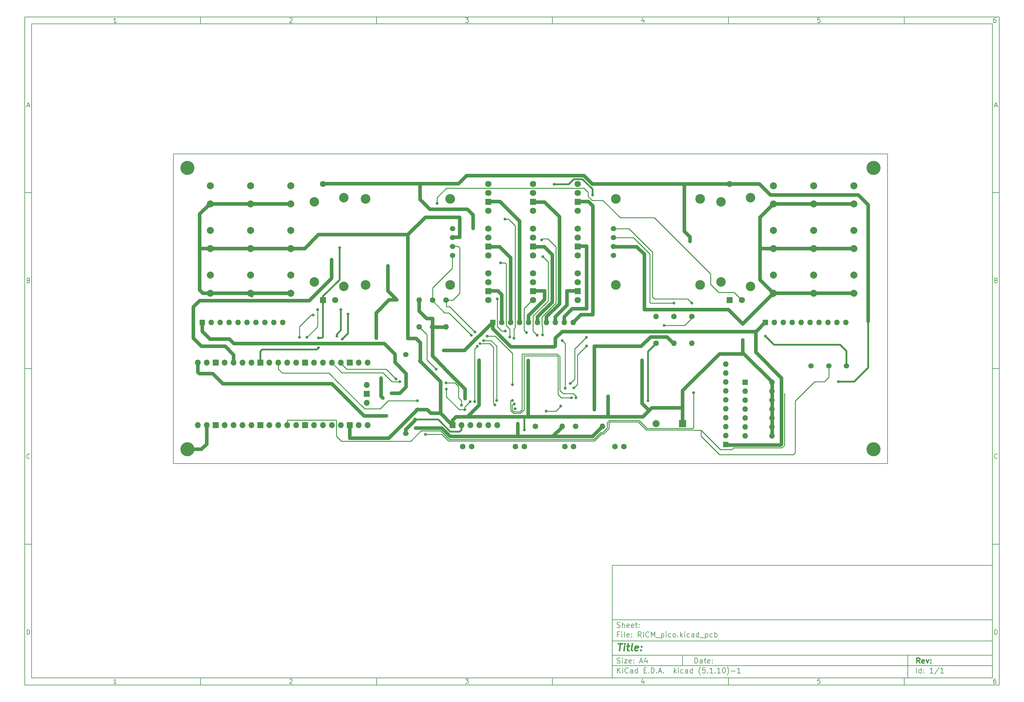
<source format=gbl>
%TF.GenerationSoftware,KiCad,Pcbnew,(5.1.10)-1*%
%TF.CreationDate,2021-07-12T12:41:50-04:00*%
%TF.ProjectId,RICM_pico,5249434d-5f70-4696-936f-2e6b69636164,rev?*%
%TF.SameCoordinates,Original*%
%TF.FileFunction,Copper,L2,Bot*%
%TF.FilePolarity,Positive*%
%FSLAX46Y46*%
G04 Gerber Fmt 4.6, Leading zero omitted, Abs format (unit mm)*
G04 Created by KiCad (PCBNEW (5.1.10)-1) date 2021-07-12 12:41:50*
%MOMM*%
%LPD*%
G01*
G04 APERTURE LIST*
%ADD10C,0.100000*%
%ADD11C,0.150000*%
%ADD12C,0.300000*%
%ADD13C,0.400000*%
%TA.AperFunction,Profile*%
%ADD14C,0.150000*%
%TD*%
%TA.AperFunction,ComponentPad*%
%ADD15C,1.524000*%
%TD*%
%TA.AperFunction,ComponentPad*%
%ADD16C,1.600000*%
%TD*%
%TA.AperFunction,ComponentPad*%
%ADD17R,1.800000X1.800000*%
%TD*%
%TA.AperFunction,ComponentPad*%
%ADD18C,1.800000*%
%TD*%
%TA.AperFunction,ComponentPad*%
%ADD19O,1.600000X1.600000*%
%TD*%
%TA.AperFunction,ComponentPad*%
%ADD20R,1.600000X1.600000*%
%TD*%
%TA.AperFunction,ComponentPad*%
%ADD21R,2.000000X2.000000*%
%TD*%
%TA.AperFunction,ComponentPad*%
%ADD22C,2.000000*%
%TD*%
%TA.AperFunction,ComponentPad*%
%ADD23C,2.750000*%
%TD*%
%TA.AperFunction,ComponentPad*%
%ADD24R,1.700000X1.700000*%
%TD*%
%TA.AperFunction,ComponentPad*%
%ADD25O,1.700000X1.700000*%
%TD*%
%TA.AperFunction,ComponentPad*%
%ADD26R,1.750000X1.750000*%
%TD*%
%TA.AperFunction,ComponentPad*%
%ADD27C,1.750000*%
%TD*%
%TA.AperFunction,ComponentPad*%
%ADD28C,2.700000*%
%TD*%
%TA.AperFunction,ViaPad*%
%ADD29C,4.000000*%
%TD*%
%TA.AperFunction,ViaPad*%
%ADD30C,0.800000*%
%TD*%
%TA.AperFunction,Conductor*%
%ADD31C,1.000000*%
%TD*%
%TA.AperFunction,Conductor*%
%ADD32C,0.500000*%
%TD*%
%TA.AperFunction,Conductor*%
%ADD33C,0.250000*%
%TD*%
G04 APERTURE END LIST*
D10*
D11*
X177002200Y-166007200D02*
X177002200Y-198007200D01*
X285002200Y-198007200D01*
X285002200Y-166007200D01*
X177002200Y-166007200D01*
D10*
D11*
X10000000Y-10000000D02*
X10000000Y-200007200D01*
X287002200Y-200007200D01*
X287002200Y-10000000D01*
X10000000Y-10000000D01*
D10*
D11*
X12000000Y-12000000D02*
X12000000Y-198007200D01*
X285002200Y-198007200D01*
X285002200Y-12000000D01*
X12000000Y-12000000D01*
D10*
D11*
X60000000Y-12000000D02*
X60000000Y-10000000D01*
D10*
D11*
X110000000Y-12000000D02*
X110000000Y-10000000D01*
D10*
D11*
X160000000Y-12000000D02*
X160000000Y-10000000D01*
D10*
D11*
X210000000Y-12000000D02*
X210000000Y-10000000D01*
D10*
D11*
X260000000Y-12000000D02*
X260000000Y-10000000D01*
D10*
D11*
X36065476Y-11588095D02*
X35322619Y-11588095D01*
X35694047Y-11588095D02*
X35694047Y-10288095D01*
X35570238Y-10473809D01*
X35446428Y-10597619D01*
X35322619Y-10659523D01*
D10*
D11*
X85322619Y-10411904D02*
X85384523Y-10350000D01*
X85508333Y-10288095D01*
X85817857Y-10288095D01*
X85941666Y-10350000D01*
X86003571Y-10411904D01*
X86065476Y-10535714D01*
X86065476Y-10659523D01*
X86003571Y-10845238D01*
X85260714Y-11588095D01*
X86065476Y-11588095D01*
D10*
D11*
X135260714Y-10288095D02*
X136065476Y-10288095D01*
X135632142Y-10783333D01*
X135817857Y-10783333D01*
X135941666Y-10845238D01*
X136003571Y-10907142D01*
X136065476Y-11030952D01*
X136065476Y-11340476D01*
X136003571Y-11464285D01*
X135941666Y-11526190D01*
X135817857Y-11588095D01*
X135446428Y-11588095D01*
X135322619Y-11526190D01*
X135260714Y-11464285D01*
D10*
D11*
X185941666Y-10721428D02*
X185941666Y-11588095D01*
X185632142Y-10226190D02*
X185322619Y-11154761D01*
X186127380Y-11154761D01*
D10*
D11*
X236003571Y-10288095D02*
X235384523Y-10288095D01*
X235322619Y-10907142D01*
X235384523Y-10845238D01*
X235508333Y-10783333D01*
X235817857Y-10783333D01*
X235941666Y-10845238D01*
X236003571Y-10907142D01*
X236065476Y-11030952D01*
X236065476Y-11340476D01*
X236003571Y-11464285D01*
X235941666Y-11526190D01*
X235817857Y-11588095D01*
X235508333Y-11588095D01*
X235384523Y-11526190D01*
X235322619Y-11464285D01*
D10*
D11*
X285941666Y-10288095D02*
X285694047Y-10288095D01*
X285570238Y-10350000D01*
X285508333Y-10411904D01*
X285384523Y-10597619D01*
X285322619Y-10845238D01*
X285322619Y-11340476D01*
X285384523Y-11464285D01*
X285446428Y-11526190D01*
X285570238Y-11588095D01*
X285817857Y-11588095D01*
X285941666Y-11526190D01*
X286003571Y-11464285D01*
X286065476Y-11340476D01*
X286065476Y-11030952D01*
X286003571Y-10907142D01*
X285941666Y-10845238D01*
X285817857Y-10783333D01*
X285570238Y-10783333D01*
X285446428Y-10845238D01*
X285384523Y-10907142D01*
X285322619Y-11030952D01*
D10*
D11*
X60000000Y-198007200D02*
X60000000Y-200007200D01*
D10*
D11*
X110000000Y-198007200D02*
X110000000Y-200007200D01*
D10*
D11*
X160000000Y-198007200D02*
X160000000Y-200007200D01*
D10*
D11*
X210000000Y-198007200D02*
X210000000Y-200007200D01*
D10*
D11*
X260000000Y-198007200D02*
X260000000Y-200007200D01*
D10*
D11*
X36065476Y-199595295D02*
X35322619Y-199595295D01*
X35694047Y-199595295D02*
X35694047Y-198295295D01*
X35570238Y-198481009D01*
X35446428Y-198604819D01*
X35322619Y-198666723D01*
D10*
D11*
X85322619Y-198419104D02*
X85384523Y-198357200D01*
X85508333Y-198295295D01*
X85817857Y-198295295D01*
X85941666Y-198357200D01*
X86003571Y-198419104D01*
X86065476Y-198542914D01*
X86065476Y-198666723D01*
X86003571Y-198852438D01*
X85260714Y-199595295D01*
X86065476Y-199595295D01*
D10*
D11*
X135260714Y-198295295D02*
X136065476Y-198295295D01*
X135632142Y-198790533D01*
X135817857Y-198790533D01*
X135941666Y-198852438D01*
X136003571Y-198914342D01*
X136065476Y-199038152D01*
X136065476Y-199347676D01*
X136003571Y-199471485D01*
X135941666Y-199533390D01*
X135817857Y-199595295D01*
X135446428Y-199595295D01*
X135322619Y-199533390D01*
X135260714Y-199471485D01*
D10*
D11*
X185941666Y-198728628D02*
X185941666Y-199595295D01*
X185632142Y-198233390D02*
X185322619Y-199161961D01*
X186127380Y-199161961D01*
D10*
D11*
X236003571Y-198295295D02*
X235384523Y-198295295D01*
X235322619Y-198914342D01*
X235384523Y-198852438D01*
X235508333Y-198790533D01*
X235817857Y-198790533D01*
X235941666Y-198852438D01*
X236003571Y-198914342D01*
X236065476Y-199038152D01*
X236065476Y-199347676D01*
X236003571Y-199471485D01*
X235941666Y-199533390D01*
X235817857Y-199595295D01*
X235508333Y-199595295D01*
X235384523Y-199533390D01*
X235322619Y-199471485D01*
D10*
D11*
X285941666Y-198295295D02*
X285694047Y-198295295D01*
X285570238Y-198357200D01*
X285508333Y-198419104D01*
X285384523Y-198604819D01*
X285322619Y-198852438D01*
X285322619Y-199347676D01*
X285384523Y-199471485D01*
X285446428Y-199533390D01*
X285570238Y-199595295D01*
X285817857Y-199595295D01*
X285941666Y-199533390D01*
X286003571Y-199471485D01*
X286065476Y-199347676D01*
X286065476Y-199038152D01*
X286003571Y-198914342D01*
X285941666Y-198852438D01*
X285817857Y-198790533D01*
X285570238Y-198790533D01*
X285446428Y-198852438D01*
X285384523Y-198914342D01*
X285322619Y-199038152D01*
D10*
D11*
X10000000Y-60000000D02*
X12000000Y-60000000D01*
D10*
D11*
X10000000Y-110000000D02*
X12000000Y-110000000D01*
D10*
D11*
X10000000Y-160000000D02*
X12000000Y-160000000D01*
D10*
D11*
X10690476Y-35216666D02*
X11309523Y-35216666D01*
X10566666Y-35588095D02*
X11000000Y-34288095D01*
X11433333Y-35588095D01*
D10*
D11*
X11092857Y-84907142D02*
X11278571Y-84969047D01*
X11340476Y-85030952D01*
X11402380Y-85154761D01*
X11402380Y-85340476D01*
X11340476Y-85464285D01*
X11278571Y-85526190D01*
X11154761Y-85588095D01*
X10659523Y-85588095D01*
X10659523Y-84288095D01*
X11092857Y-84288095D01*
X11216666Y-84350000D01*
X11278571Y-84411904D01*
X11340476Y-84535714D01*
X11340476Y-84659523D01*
X11278571Y-84783333D01*
X11216666Y-84845238D01*
X11092857Y-84907142D01*
X10659523Y-84907142D01*
D10*
D11*
X11402380Y-135464285D02*
X11340476Y-135526190D01*
X11154761Y-135588095D01*
X11030952Y-135588095D01*
X10845238Y-135526190D01*
X10721428Y-135402380D01*
X10659523Y-135278571D01*
X10597619Y-135030952D01*
X10597619Y-134845238D01*
X10659523Y-134597619D01*
X10721428Y-134473809D01*
X10845238Y-134350000D01*
X11030952Y-134288095D01*
X11154761Y-134288095D01*
X11340476Y-134350000D01*
X11402380Y-134411904D01*
D10*
D11*
X10659523Y-185588095D02*
X10659523Y-184288095D01*
X10969047Y-184288095D01*
X11154761Y-184350000D01*
X11278571Y-184473809D01*
X11340476Y-184597619D01*
X11402380Y-184845238D01*
X11402380Y-185030952D01*
X11340476Y-185278571D01*
X11278571Y-185402380D01*
X11154761Y-185526190D01*
X10969047Y-185588095D01*
X10659523Y-185588095D01*
D10*
D11*
X287002200Y-60000000D02*
X285002200Y-60000000D01*
D10*
D11*
X287002200Y-110000000D02*
X285002200Y-110000000D01*
D10*
D11*
X287002200Y-160000000D02*
X285002200Y-160000000D01*
D10*
D11*
X285692676Y-35216666D02*
X286311723Y-35216666D01*
X285568866Y-35588095D02*
X286002200Y-34288095D01*
X286435533Y-35588095D01*
D10*
D11*
X286095057Y-84907142D02*
X286280771Y-84969047D01*
X286342676Y-85030952D01*
X286404580Y-85154761D01*
X286404580Y-85340476D01*
X286342676Y-85464285D01*
X286280771Y-85526190D01*
X286156961Y-85588095D01*
X285661723Y-85588095D01*
X285661723Y-84288095D01*
X286095057Y-84288095D01*
X286218866Y-84350000D01*
X286280771Y-84411904D01*
X286342676Y-84535714D01*
X286342676Y-84659523D01*
X286280771Y-84783333D01*
X286218866Y-84845238D01*
X286095057Y-84907142D01*
X285661723Y-84907142D01*
D10*
D11*
X286404580Y-135464285D02*
X286342676Y-135526190D01*
X286156961Y-135588095D01*
X286033152Y-135588095D01*
X285847438Y-135526190D01*
X285723628Y-135402380D01*
X285661723Y-135278571D01*
X285599819Y-135030952D01*
X285599819Y-134845238D01*
X285661723Y-134597619D01*
X285723628Y-134473809D01*
X285847438Y-134350000D01*
X286033152Y-134288095D01*
X286156961Y-134288095D01*
X286342676Y-134350000D01*
X286404580Y-134411904D01*
D10*
D11*
X285661723Y-185588095D02*
X285661723Y-184288095D01*
X285971247Y-184288095D01*
X286156961Y-184350000D01*
X286280771Y-184473809D01*
X286342676Y-184597619D01*
X286404580Y-184845238D01*
X286404580Y-185030952D01*
X286342676Y-185278571D01*
X286280771Y-185402380D01*
X286156961Y-185526190D01*
X285971247Y-185588095D01*
X285661723Y-185588095D01*
D10*
D11*
X200434342Y-193785771D02*
X200434342Y-192285771D01*
X200791485Y-192285771D01*
X201005771Y-192357200D01*
X201148628Y-192500057D01*
X201220057Y-192642914D01*
X201291485Y-192928628D01*
X201291485Y-193142914D01*
X201220057Y-193428628D01*
X201148628Y-193571485D01*
X201005771Y-193714342D01*
X200791485Y-193785771D01*
X200434342Y-193785771D01*
X202577200Y-193785771D02*
X202577200Y-193000057D01*
X202505771Y-192857200D01*
X202362914Y-192785771D01*
X202077200Y-192785771D01*
X201934342Y-192857200D01*
X202577200Y-193714342D02*
X202434342Y-193785771D01*
X202077200Y-193785771D01*
X201934342Y-193714342D01*
X201862914Y-193571485D01*
X201862914Y-193428628D01*
X201934342Y-193285771D01*
X202077200Y-193214342D01*
X202434342Y-193214342D01*
X202577200Y-193142914D01*
X203077200Y-192785771D02*
X203648628Y-192785771D01*
X203291485Y-192285771D02*
X203291485Y-193571485D01*
X203362914Y-193714342D01*
X203505771Y-193785771D01*
X203648628Y-193785771D01*
X204720057Y-193714342D02*
X204577200Y-193785771D01*
X204291485Y-193785771D01*
X204148628Y-193714342D01*
X204077200Y-193571485D01*
X204077200Y-193000057D01*
X204148628Y-192857200D01*
X204291485Y-192785771D01*
X204577200Y-192785771D01*
X204720057Y-192857200D01*
X204791485Y-193000057D01*
X204791485Y-193142914D01*
X204077200Y-193285771D01*
X205434342Y-193642914D02*
X205505771Y-193714342D01*
X205434342Y-193785771D01*
X205362914Y-193714342D01*
X205434342Y-193642914D01*
X205434342Y-193785771D01*
X205434342Y-192857200D02*
X205505771Y-192928628D01*
X205434342Y-193000057D01*
X205362914Y-192928628D01*
X205434342Y-192857200D01*
X205434342Y-193000057D01*
D10*
D11*
X177002200Y-194507200D02*
X285002200Y-194507200D01*
D10*
D11*
X178434342Y-196585771D02*
X178434342Y-195085771D01*
X179291485Y-196585771D02*
X178648628Y-195728628D01*
X179291485Y-195085771D02*
X178434342Y-195942914D01*
X179934342Y-196585771D02*
X179934342Y-195585771D01*
X179934342Y-195085771D02*
X179862914Y-195157200D01*
X179934342Y-195228628D01*
X180005771Y-195157200D01*
X179934342Y-195085771D01*
X179934342Y-195228628D01*
X181505771Y-196442914D02*
X181434342Y-196514342D01*
X181220057Y-196585771D01*
X181077200Y-196585771D01*
X180862914Y-196514342D01*
X180720057Y-196371485D01*
X180648628Y-196228628D01*
X180577200Y-195942914D01*
X180577200Y-195728628D01*
X180648628Y-195442914D01*
X180720057Y-195300057D01*
X180862914Y-195157200D01*
X181077200Y-195085771D01*
X181220057Y-195085771D01*
X181434342Y-195157200D01*
X181505771Y-195228628D01*
X182791485Y-196585771D02*
X182791485Y-195800057D01*
X182720057Y-195657200D01*
X182577200Y-195585771D01*
X182291485Y-195585771D01*
X182148628Y-195657200D01*
X182791485Y-196514342D02*
X182648628Y-196585771D01*
X182291485Y-196585771D01*
X182148628Y-196514342D01*
X182077200Y-196371485D01*
X182077200Y-196228628D01*
X182148628Y-196085771D01*
X182291485Y-196014342D01*
X182648628Y-196014342D01*
X182791485Y-195942914D01*
X184148628Y-196585771D02*
X184148628Y-195085771D01*
X184148628Y-196514342D02*
X184005771Y-196585771D01*
X183720057Y-196585771D01*
X183577200Y-196514342D01*
X183505771Y-196442914D01*
X183434342Y-196300057D01*
X183434342Y-195871485D01*
X183505771Y-195728628D01*
X183577200Y-195657200D01*
X183720057Y-195585771D01*
X184005771Y-195585771D01*
X184148628Y-195657200D01*
X186005771Y-195800057D02*
X186505771Y-195800057D01*
X186720057Y-196585771D02*
X186005771Y-196585771D01*
X186005771Y-195085771D01*
X186720057Y-195085771D01*
X187362914Y-196442914D02*
X187434342Y-196514342D01*
X187362914Y-196585771D01*
X187291485Y-196514342D01*
X187362914Y-196442914D01*
X187362914Y-196585771D01*
X188077200Y-196585771D02*
X188077200Y-195085771D01*
X188434342Y-195085771D01*
X188648628Y-195157200D01*
X188791485Y-195300057D01*
X188862914Y-195442914D01*
X188934342Y-195728628D01*
X188934342Y-195942914D01*
X188862914Y-196228628D01*
X188791485Y-196371485D01*
X188648628Y-196514342D01*
X188434342Y-196585771D01*
X188077200Y-196585771D01*
X189577200Y-196442914D02*
X189648628Y-196514342D01*
X189577200Y-196585771D01*
X189505771Y-196514342D01*
X189577200Y-196442914D01*
X189577200Y-196585771D01*
X190220057Y-196157200D02*
X190934342Y-196157200D01*
X190077200Y-196585771D02*
X190577200Y-195085771D01*
X191077200Y-196585771D01*
X191577200Y-196442914D02*
X191648628Y-196514342D01*
X191577200Y-196585771D01*
X191505771Y-196514342D01*
X191577200Y-196442914D01*
X191577200Y-196585771D01*
X194577200Y-196585771D02*
X194577200Y-195085771D01*
X194720057Y-196014342D02*
X195148628Y-196585771D01*
X195148628Y-195585771D02*
X194577200Y-196157200D01*
X195791485Y-196585771D02*
X195791485Y-195585771D01*
X195791485Y-195085771D02*
X195720057Y-195157200D01*
X195791485Y-195228628D01*
X195862914Y-195157200D01*
X195791485Y-195085771D01*
X195791485Y-195228628D01*
X197148628Y-196514342D02*
X197005771Y-196585771D01*
X196720057Y-196585771D01*
X196577200Y-196514342D01*
X196505771Y-196442914D01*
X196434342Y-196300057D01*
X196434342Y-195871485D01*
X196505771Y-195728628D01*
X196577200Y-195657200D01*
X196720057Y-195585771D01*
X197005771Y-195585771D01*
X197148628Y-195657200D01*
X198434342Y-196585771D02*
X198434342Y-195800057D01*
X198362914Y-195657200D01*
X198220057Y-195585771D01*
X197934342Y-195585771D01*
X197791485Y-195657200D01*
X198434342Y-196514342D02*
X198291485Y-196585771D01*
X197934342Y-196585771D01*
X197791485Y-196514342D01*
X197720057Y-196371485D01*
X197720057Y-196228628D01*
X197791485Y-196085771D01*
X197934342Y-196014342D01*
X198291485Y-196014342D01*
X198434342Y-195942914D01*
X199791485Y-196585771D02*
X199791485Y-195085771D01*
X199791485Y-196514342D02*
X199648628Y-196585771D01*
X199362914Y-196585771D01*
X199220057Y-196514342D01*
X199148628Y-196442914D01*
X199077200Y-196300057D01*
X199077200Y-195871485D01*
X199148628Y-195728628D01*
X199220057Y-195657200D01*
X199362914Y-195585771D01*
X199648628Y-195585771D01*
X199791485Y-195657200D01*
X202077200Y-197157200D02*
X202005771Y-197085771D01*
X201862914Y-196871485D01*
X201791485Y-196728628D01*
X201720057Y-196514342D01*
X201648628Y-196157200D01*
X201648628Y-195871485D01*
X201720057Y-195514342D01*
X201791485Y-195300057D01*
X201862914Y-195157200D01*
X202005771Y-194942914D01*
X202077200Y-194871485D01*
X203362914Y-195085771D02*
X202648628Y-195085771D01*
X202577200Y-195800057D01*
X202648628Y-195728628D01*
X202791485Y-195657200D01*
X203148628Y-195657200D01*
X203291485Y-195728628D01*
X203362914Y-195800057D01*
X203434342Y-195942914D01*
X203434342Y-196300057D01*
X203362914Y-196442914D01*
X203291485Y-196514342D01*
X203148628Y-196585771D01*
X202791485Y-196585771D01*
X202648628Y-196514342D01*
X202577200Y-196442914D01*
X204077200Y-196442914D02*
X204148628Y-196514342D01*
X204077200Y-196585771D01*
X204005771Y-196514342D01*
X204077200Y-196442914D01*
X204077200Y-196585771D01*
X205577200Y-196585771D02*
X204720057Y-196585771D01*
X205148628Y-196585771D02*
X205148628Y-195085771D01*
X205005771Y-195300057D01*
X204862914Y-195442914D01*
X204720057Y-195514342D01*
X206220057Y-196442914D02*
X206291485Y-196514342D01*
X206220057Y-196585771D01*
X206148628Y-196514342D01*
X206220057Y-196442914D01*
X206220057Y-196585771D01*
X207720057Y-196585771D02*
X206862914Y-196585771D01*
X207291485Y-196585771D02*
X207291485Y-195085771D01*
X207148628Y-195300057D01*
X207005771Y-195442914D01*
X206862914Y-195514342D01*
X208648628Y-195085771D02*
X208791485Y-195085771D01*
X208934342Y-195157200D01*
X209005771Y-195228628D01*
X209077200Y-195371485D01*
X209148628Y-195657200D01*
X209148628Y-196014342D01*
X209077200Y-196300057D01*
X209005771Y-196442914D01*
X208934342Y-196514342D01*
X208791485Y-196585771D01*
X208648628Y-196585771D01*
X208505771Y-196514342D01*
X208434342Y-196442914D01*
X208362914Y-196300057D01*
X208291485Y-196014342D01*
X208291485Y-195657200D01*
X208362914Y-195371485D01*
X208434342Y-195228628D01*
X208505771Y-195157200D01*
X208648628Y-195085771D01*
X209648628Y-197157200D02*
X209720057Y-197085771D01*
X209862914Y-196871485D01*
X209934342Y-196728628D01*
X210005771Y-196514342D01*
X210077200Y-196157200D01*
X210077200Y-195871485D01*
X210005771Y-195514342D01*
X209934342Y-195300057D01*
X209862914Y-195157200D01*
X209720057Y-194942914D01*
X209648628Y-194871485D01*
X210791485Y-196014342D02*
X211934342Y-196014342D01*
X213434342Y-196585771D02*
X212577200Y-196585771D01*
X213005771Y-196585771D02*
X213005771Y-195085771D01*
X212862914Y-195300057D01*
X212720057Y-195442914D01*
X212577200Y-195514342D01*
D10*
D11*
X177002200Y-191507200D02*
X285002200Y-191507200D01*
D10*
D12*
X264411485Y-193785771D02*
X263911485Y-193071485D01*
X263554342Y-193785771D02*
X263554342Y-192285771D01*
X264125771Y-192285771D01*
X264268628Y-192357200D01*
X264340057Y-192428628D01*
X264411485Y-192571485D01*
X264411485Y-192785771D01*
X264340057Y-192928628D01*
X264268628Y-193000057D01*
X264125771Y-193071485D01*
X263554342Y-193071485D01*
X265625771Y-193714342D02*
X265482914Y-193785771D01*
X265197200Y-193785771D01*
X265054342Y-193714342D01*
X264982914Y-193571485D01*
X264982914Y-193000057D01*
X265054342Y-192857200D01*
X265197200Y-192785771D01*
X265482914Y-192785771D01*
X265625771Y-192857200D01*
X265697200Y-193000057D01*
X265697200Y-193142914D01*
X264982914Y-193285771D01*
X266197200Y-192785771D02*
X266554342Y-193785771D01*
X266911485Y-192785771D01*
X267482914Y-193642914D02*
X267554342Y-193714342D01*
X267482914Y-193785771D01*
X267411485Y-193714342D01*
X267482914Y-193642914D01*
X267482914Y-193785771D01*
X267482914Y-192857200D02*
X267554342Y-192928628D01*
X267482914Y-193000057D01*
X267411485Y-192928628D01*
X267482914Y-192857200D01*
X267482914Y-193000057D01*
D10*
D11*
X178362914Y-193714342D02*
X178577200Y-193785771D01*
X178934342Y-193785771D01*
X179077200Y-193714342D01*
X179148628Y-193642914D01*
X179220057Y-193500057D01*
X179220057Y-193357200D01*
X179148628Y-193214342D01*
X179077200Y-193142914D01*
X178934342Y-193071485D01*
X178648628Y-193000057D01*
X178505771Y-192928628D01*
X178434342Y-192857200D01*
X178362914Y-192714342D01*
X178362914Y-192571485D01*
X178434342Y-192428628D01*
X178505771Y-192357200D01*
X178648628Y-192285771D01*
X179005771Y-192285771D01*
X179220057Y-192357200D01*
X179862914Y-193785771D02*
X179862914Y-192785771D01*
X179862914Y-192285771D02*
X179791485Y-192357200D01*
X179862914Y-192428628D01*
X179934342Y-192357200D01*
X179862914Y-192285771D01*
X179862914Y-192428628D01*
X180434342Y-192785771D02*
X181220057Y-192785771D01*
X180434342Y-193785771D01*
X181220057Y-193785771D01*
X182362914Y-193714342D02*
X182220057Y-193785771D01*
X181934342Y-193785771D01*
X181791485Y-193714342D01*
X181720057Y-193571485D01*
X181720057Y-193000057D01*
X181791485Y-192857200D01*
X181934342Y-192785771D01*
X182220057Y-192785771D01*
X182362914Y-192857200D01*
X182434342Y-193000057D01*
X182434342Y-193142914D01*
X181720057Y-193285771D01*
X183077200Y-193642914D02*
X183148628Y-193714342D01*
X183077200Y-193785771D01*
X183005771Y-193714342D01*
X183077200Y-193642914D01*
X183077200Y-193785771D01*
X183077200Y-192857200D02*
X183148628Y-192928628D01*
X183077200Y-193000057D01*
X183005771Y-192928628D01*
X183077200Y-192857200D01*
X183077200Y-193000057D01*
X184862914Y-193357200D02*
X185577200Y-193357200D01*
X184720057Y-193785771D02*
X185220057Y-192285771D01*
X185720057Y-193785771D01*
X186862914Y-192785771D02*
X186862914Y-193785771D01*
X186505771Y-192214342D02*
X186148628Y-193285771D01*
X187077200Y-193285771D01*
D10*
D11*
X263434342Y-196585771D02*
X263434342Y-195085771D01*
X264791485Y-196585771D02*
X264791485Y-195085771D01*
X264791485Y-196514342D02*
X264648628Y-196585771D01*
X264362914Y-196585771D01*
X264220057Y-196514342D01*
X264148628Y-196442914D01*
X264077200Y-196300057D01*
X264077200Y-195871485D01*
X264148628Y-195728628D01*
X264220057Y-195657200D01*
X264362914Y-195585771D01*
X264648628Y-195585771D01*
X264791485Y-195657200D01*
X265505771Y-196442914D02*
X265577200Y-196514342D01*
X265505771Y-196585771D01*
X265434342Y-196514342D01*
X265505771Y-196442914D01*
X265505771Y-196585771D01*
X265505771Y-195657200D02*
X265577200Y-195728628D01*
X265505771Y-195800057D01*
X265434342Y-195728628D01*
X265505771Y-195657200D01*
X265505771Y-195800057D01*
X268148628Y-196585771D02*
X267291485Y-196585771D01*
X267720057Y-196585771D02*
X267720057Y-195085771D01*
X267577200Y-195300057D01*
X267434342Y-195442914D01*
X267291485Y-195514342D01*
X269862914Y-195014342D02*
X268577200Y-196942914D01*
X271148628Y-196585771D02*
X270291485Y-196585771D01*
X270720057Y-196585771D02*
X270720057Y-195085771D01*
X270577200Y-195300057D01*
X270434342Y-195442914D01*
X270291485Y-195514342D01*
D10*
D11*
X177002200Y-187507200D02*
X285002200Y-187507200D01*
D10*
D13*
X178714580Y-188211961D02*
X179857438Y-188211961D01*
X179036009Y-190211961D02*
X179286009Y-188211961D01*
X180274104Y-190211961D02*
X180440771Y-188878628D01*
X180524104Y-188211961D02*
X180416961Y-188307200D01*
X180500295Y-188402438D01*
X180607438Y-188307200D01*
X180524104Y-188211961D01*
X180500295Y-188402438D01*
X181107438Y-188878628D02*
X181869342Y-188878628D01*
X181476485Y-188211961D02*
X181262200Y-189926247D01*
X181333628Y-190116723D01*
X181512200Y-190211961D01*
X181702676Y-190211961D01*
X182655057Y-190211961D02*
X182476485Y-190116723D01*
X182405057Y-189926247D01*
X182619342Y-188211961D01*
X184190771Y-190116723D02*
X183988390Y-190211961D01*
X183607438Y-190211961D01*
X183428866Y-190116723D01*
X183357438Y-189926247D01*
X183452676Y-189164342D01*
X183571723Y-188973866D01*
X183774104Y-188878628D01*
X184155057Y-188878628D01*
X184333628Y-188973866D01*
X184405057Y-189164342D01*
X184381247Y-189354819D01*
X183405057Y-189545295D01*
X185155057Y-190021485D02*
X185238390Y-190116723D01*
X185131247Y-190211961D01*
X185047914Y-190116723D01*
X185155057Y-190021485D01*
X185131247Y-190211961D01*
X185286009Y-188973866D02*
X185369342Y-189069104D01*
X185262200Y-189164342D01*
X185178866Y-189069104D01*
X185286009Y-188973866D01*
X185262200Y-189164342D01*
D10*
D11*
X178934342Y-185600057D02*
X178434342Y-185600057D01*
X178434342Y-186385771D02*
X178434342Y-184885771D01*
X179148628Y-184885771D01*
X179720057Y-186385771D02*
X179720057Y-185385771D01*
X179720057Y-184885771D02*
X179648628Y-184957200D01*
X179720057Y-185028628D01*
X179791485Y-184957200D01*
X179720057Y-184885771D01*
X179720057Y-185028628D01*
X180648628Y-186385771D02*
X180505771Y-186314342D01*
X180434342Y-186171485D01*
X180434342Y-184885771D01*
X181791485Y-186314342D02*
X181648628Y-186385771D01*
X181362914Y-186385771D01*
X181220057Y-186314342D01*
X181148628Y-186171485D01*
X181148628Y-185600057D01*
X181220057Y-185457200D01*
X181362914Y-185385771D01*
X181648628Y-185385771D01*
X181791485Y-185457200D01*
X181862914Y-185600057D01*
X181862914Y-185742914D01*
X181148628Y-185885771D01*
X182505771Y-186242914D02*
X182577200Y-186314342D01*
X182505771Y-186385771D01*
X182434342Y-186314342D01*
X182505771Y-186242914D01*
X182505771Y-186385771D01*
X182505771Y-185457200D02*
X182577200Y-185528628D01*
X182505771Y-185600057D01*
X182434342Y-185528628D01*
X182505771Y-185457200D01*
X182505771Y-185600057D01*
X185220057Y-186385771D02*
X184720057Y-185671485D01*
X184362914Y-186385771D02*
X184362914Y-184885771D01*
X184934342Y-184885771D01*
X185077200Y-184957200D01*
X185148628Y-185028628D01*
X185220057Y-185171485D01*
X185220057Y-185385771D01*
X185148628Y-185528628D01*
X185077200Y-185600057D01*
X184934342Y-185671485D01*
X184362914Y-185671485D01*
X185862914Y-186385771D02*
X185862914Y-184885771D01*
X187434342Y-186242914D02*
X187362914Y-186314342D01*
X187148628Y-186385771D01*
X187005771Y-186385771D01*
X186791485Y-186314342D01*
X186648628Y-186171485D01*
X186577200Y-186028628D01*
X186505771Y-185742914D01*
X186505771Y-185528628D01*
X186577200Y-185242914D01*
X186648628Y-185100057D01*
X186791485Y-184957200D01*
X187005771Y-184885771D01*
X187148628Y-184885771D01*
X187362914Y-184957200D01*
X187434342Y-185028628D01*
X188077200Y-186385771D02*
X188077200Y-184885771D01*
X188577200Y-185957200D01*
X189077200Y-184885771D01*
X189077200Y-186385771D01*
X189434342Y-186528628D02*
X190577200Y-186528628D01*
X190934342Y-185385771D02*
X190934342Y-186885771D01*
X190934342Y-185457200D02*
X191077200Y-185385771D01*
X191362914Y-185385771D01*
X191505771Y-185457200D01*
X191577200Y-185528628D01*
X191648628Y-185671485D01*
X191648628Y-186100057D01*
X191577200Y-186242914D01*
X191505771Y-186314342D01*
X191362914Y-186385771D01*
X191077200Y-186385771D01*
X190934342Y-186314342D01*
X192291485Y-186385771D02*
X192291485Y-185385771D01*
X192291485Y-184885771D02*
X192220057Y-184957200D01*
X192291485Y-185028628D01*
X192362914Y-184957200D01*
X192291485Y-184885771D01*
X192291485Y-185028628D01*
X193648628Y-186314342D02*
X193505771Y-186385771D01*
X193220057Y-186385771D01*
X193077200Y-186314342D01*
X193005771Y-186242914D01*
X192934342Y-186100057D01*
X192934342Y-185671485D01*
X193005771Y-185528628D01*
X193077200Y-185457200D01*
X193220057Y-185385771D01*
X193505771Y-185385771D01*
X193648628Y-185457200D01*
X194505771Y-186385771D02*
X194362914Y-186314342D01*
X194291485Y-186242914D01*
X194220057Y-186100057D01*
X194220057Y-185671485D01*
X194291485Y-185528628D01*
X194362914Y-185457200D01*
X194505771Y-185385771D01*
X194720057Y-185385771D01*
X194862914Y-185457200D01*
X194934342Y-185528628D01*
X195005771Y-185671485D01*
X195005771Y-186100057D01*
X194934342Y-186242914D01*
X194862914Y-186314342D01*
X194720057Y-186385771D01*
X194505771Y-186385771D01*
X195648628Y-186242914D02*
X195720057Y-186314342D01*
X195648628Y-186385771D01*
X195577200Y-186314342D01*
X195648628Y-186242914D01*
X195648628Y-186385771D01*
X196362914Y-186385771D02*
X196362914Y-184885771D01*
X196505771Y-185814342D02*
X196934342Y-186385771D01*
X196934342Y-185385771D02*
X196362914Y-185957200D01*
X197577200Y-186385771D02*
X197577200Y-185385771D01*
X197577200Y-184885771D02*
X197505771Y-184957200D01*
X197577200Y-185028628D01*
X197648628Y-184957200D01*
X197577200Y-184885771D01*
X197577200Y-185028628D01*
X198934342Y-186314342D02*
X198791485Y-186385771D01*
X198505771Y-186385771D01*
X198362914Y-186314342D01*
X198291485Y-186242914D01*
X198220057Y-186100057D01*
X198220057Y-185671485D01*
X198291485Y-185528628D01*
X198362914Y-185457200D01*
X198505771Y-185385771D01*
X198791485Y-185385771D01*
X198934342Y-185457200D01*
X200220057Y-186385771D02*
X200220057Y-185600057D01*
X200148628Y-185457200D01*
X200005771Y-185385771D01*
X199720057Y-185385771D01*
X199577200Y-185457200D01*
X200220057Y-186314342D02*
X200077200Y-186385771D01*
X199720057Y-186385771D01*
X199577200Y-186314342D01*
X199505771Y-186171485D01*
X199505771Y-186028628D01*
X199577200Y-185885771D01*
X199720057Y-185814342D01*
X200077200Y-185814342D01*
X200220057Y-185742914D01*
X201577200Y-186385771D02*
X201577200Y-184885771D01*
X201577200Y-186314342D02*
X201434342Y-186385771D01*
X201148628Y-186385771D01*
X201005771Y-186314342D01*
X200934342Y-186242914D01*
X200862914Y-186100057D01*
X200862914Y-185671485D01*
X200934342Y-185528628D01*
X201005771Y-185457200D01*
X201148628Y-185385771D01*
X201434342Y-185385771D01*
X201577200Y-185457200D01*
X201934342Y-186528628D02*
X203077200Y-186528628D01*
X203434342Y-185385771D02*
X203434342Y-186885771D01*
X203434342Y-185457200D02*
X203577200Y-185385771D01*
X203862914Y-185385771D01*
X204005771Y-185457200D01*
X204077200Y-185528628D01*
X204148628Y-185671485D01*
X204148628Y-186100057D01*
X204077200Y-186242914D01*
X204005771Y-186314342D01*
X203862914Y-186385771D01*
X203577200Y-186385771D01*
X203434342Y-186314342D01*
X205434342Y-186314342D02*
X205291485Y-186385771D01*
X205005771Y-186385771D01*
X204862914Y-186314342D01*
X204791485Y-186242914D01*
X204720057Y-186100057D01*
X204720057Y-185671485D01*
X204791485Y-185528628D01*
X204862914Y-185457200D01*
X205005771Y-185385771D01*
X205291485Y-185385771D01*
X205434342Y-185457200D01*
X206077200Y-186385771D02*
X206077200Y-184885771D01*
X206077200Y-185457200D02*
X206220057Y-185385771D01*
X206505771Y-185385771D01*
X206648628Y-185457200D01*
X206720057Y-185528628D01*
X206791485Y-185671485D01*
X206791485Y-186100057D01*
X206720057Y-186242914D01*
X206648628Y-186314342D01*
X206505771Y-186385771D01*
X206220057Y-186385771D01*
X206077200Y-186314342D01*
D10*
D11*
X177002200Y-181507200D02*
X285002200Y-181507200D01*
D10*
D11*
X178362914Y-183614342D02*
X178577200Y-183685771D01*
X178934342Y-183685771D01*
X179077200Y-183614342D01*
X179148628Y-183542914D01*
X179220057Y-183400057D01*
X179220057Y-183257200D01*
X179148628Y-183114342D01*
X179077200Y-183042914D01*
X178934342Y-182971485D01*
X178648628Y-182900057D01*
X178505771Y-182828628D01*
X178434342Y-182757200D01*
X178362914Y-182614342D01*
X178362914Y-182471485D01*
X178434342Y-182328628D01*
X178505771Y-182257200D01*
X178648628Y-182185771D01*
X179005771Y-182185771D01*
X179220057Y-182257200D01*
X179862914Y-183685771D02*
X179862914Y-182185771D01*
X180505771Y-183685771D02*
X180505771Y-182900057D01*
X180434342Y-182757200D01*
X180291485Y-182685771D01*
X180077200Y-182685771D01*
X179934342Y-182757200D01*
X179862914Y-182828628D01*
X181791485Y-183614342D02*
X181648628Y-183685771D01*
X181362914Y-183685771D01*
X181220057Y-183614342D01*
X181148628Y-183471485D01*
X181148628Y-182900057D01*
X181220057Y-182757200D01*
X181362914Y-182685771D01*
X181648628Y-182685771D01*
X181791485Y-182757200D01*
X181862914Y-182900057D01*
X181862914Y-183042914D01*
X181148628Y-183185771D01*
X183077200Y-183614342D02*
X182934342Y-183685771D01*
X182648628Y-183685771D01*
X182505771Y-183614342D01*
X182434342Y-183471485D01*
X182434342Y-182900057D01*
X182505771Y-182757200D01*
X182648628Y-182685771D01*
X182934342Y-182685771D01*
X183077200Y-182757200D01*
X183148628Y-182900057D01*
X183148628Y-183042914D01*
X182434342Y-183185771D01*
X183577200Y-182685771D02*
X184148628Y-182685771D01*
X183791485Y-182185771D02*
X183791485Y-183471485D01*
X183862914Y-183614342D01*
X184005771Y-183685771D01*
X184148628Y-183685771D01*
X184648628Y-183542914D02*
X184720057Y-183614342D01*
X184648628Y-183685771D01*
X184577200Y-183614342D01*
X184648628Y-183542914D01*
X184648628Y-183685771D01*
X184648628Y-182757200D02*
X184720057Y-182828628D01*
X184648628Y-182900057D01*
X184577200Y-182828628D01*
X184648628Y-182757200D01*
X184648628Y-182900057D01*
D10*
D11*
X197002200Y-191507200D02*
X197002200Y-194507200D01*
D10*
D11*
X261002200Y-191507200D02*
X261002200Y-198007200D01*
D14*
X255246000Y-136978000D02*
X52246000Y-136978000D01*
X255246000Y-48978000D02*
X52246000Y-48978000D01*
X255246000Y-48978000D02*
X255246000Y-136978000D01*
X52246000Y-48978000D02*
X52246000Y-136978000D01*
D15*
%TO.P,RV3,3*%
%TO.N,+3V3*%
X233496000Y-109228000D03*
%TO.P,RV3,2*%
%TO.N,Net-(RV3-Pad2)*%
X238496000Y-109228000D03*
%TO.P,RV3,1*%
%TO.N,AGND*%
X243496000Y-109228000D03*
%TD*%
%TO.P,F1,2*%
%TO.N,+3V3*%
X118339000Y-106056000D03*
%TO.P,F1,1*%
%TO.N,Net-(F1-Pad1)*%
X118339000Y-128456000D03*
%TD*%
D16*
%TO.P,C5,2*%
%TO.N,Earth*%
X180246000Y-132228000D03*
%TO.P,C5,1*%
%TO.N,+3V3*%
X177746000Y-132228000D03*
%TD*%
%TO.P,C4,2*%
%TO.N,Earth*%
X165996000Y-132228000D03*
%TO.P,C4,1*%
%TO.N,+3V3*%
X163496000Y-132228000D03*
%TD*%
%TO.P,C3,2*%
%TO.N,Earth*%
X151996000Y-132228000D03*
%TO.P,C3,1*%
%TO.N,+3V3*%
X149496000Y-132228000D03*
%TD*%
%TO.P,C2,2*%
%TO.N,Earth*%
X134496000Y-132228000D03*
%TO.P,C2,1*%
%TO.N,+3V3*%
X136996000Y-132228000D03*
%TD*%
D17*
%TO.P,D3,1*%
%TO.N,Net-(D3-Pad1)*%
X141746000Y-75268000D03*
D18*
%TO.P,D3,3*%
%TO.N,Net-(D3-Pad3)*%
X141746000Y-72728000D03*
%TO.P,D3,4*%
%TO.N,Net-(D3-Pad4)*%
X141746000Y-70188000D03*
%TO.P,D3,2*%
%TO.N,Net-(D3-Pad2)*%
X141746000Y-77808000D03*
%TD*%
D16*
%TO.P,R6,1*%
%TO.N,SDA1*%
X199566000Y-95158000D03*
D19*
%TO.P,R6,2*%
%TO.N,+3V3*%
X199566000Y-102778000D03*
%TD*%
D16*
%TO.P,R8,1*%
%TO.N,INT1*%
X122096000Y-98168000D03*
D19*
%TO.P,R8,2*%
%TO.N,+3V3*%
X122096000Y-90548000D03*
%TD*%
D20*
%TO.P,RN4,1*%
%TO.N,+5V*%
X143016000Y-96858000D03*
D19*
%TO.P,RN4,2*%
%TO.N,Net-(D2-Pad1)*%
X145556000Y-96858000D03*
%TO.P,RN4,3*%
%TO.N,Net-(D3-Pad1)*%
X148096000Y-96858000D03*
%TO.P,RN4,4*%
%TO.N,Net-(D4-Pad1)*%
X150636000Y-96858000D03*
%TO.P,RN4,5*%
%TO.N,Net-(D5-Pad1)*%
X153176000Y-96858000D03*
%TO.P,RN4,6*%
%TO.N,Net-(D6-Pad1)*%
X155716000Y-96858000D03*
%TO.P,RN4,7*%
%TO.N,Net-(D7-Pad1)*%
X158256000Y-96858000D03*
%TO.P,RN4,8*%
%TO.N,Net-(D8-Pad1)*%
X160796000Y-96858000D03*
%TO.P,RN4,9*%
%TO.N,Net-(D9-Pad1)*%
X163336000Y-96858000D03*
%TO.P,RN4,10*%
%TO.N,Net-(D10-Pad1)*%
X165876000Y-96858000D03*
%TD*%
D21*
%TO.P,LS1,1*%
%TO.N,Earth*%
X197006000Y-125638000D03*
D22*
%TO.P,LS1,2*%
%TO.N,Net-(LS1-Pad2)*%
X189406000Y-125638000D03*
%TD*%
D15*
%TO.P,DS2,1*%
%TO.N,+3V3*%
X177306000Y-77808000D03*
%TO.P,DS2,2*%
%TO.N,Earth*%
X177306000Y-75268000D03*
%TO.P,DS2,3*%
%TO.N,SCL1*%
X177306000Y-72728000D03*
%TO.P,DS2,4*%
%TO.N,SDA1*%
X177306000Y-70188000D03*
D23*
%TO.P,DS2,*%
%TO.N,*%
X177976000Y-61748000D03*
X177976000Y-86248000D03*
X201976000Y-86248000D03*
X201976000Y-61748000D03*
%TD*%
D15*
%TO.P,DS1,1*%
%TO.N,+3V3*%
X131586000Y-70188000D03*
%TO.P,DS1,2*%
%TO.N,Earth*%
X131586000Y-72728000D03*
%TO.P,DS1,3*%
%TO.N,SCL0*%
X131586000Y-75268000D03*
%TO.P,DS1,4*%
%TO.N,SDA0*%
X131586000Y-77808000D03*
D23*
%TO.P,DS1,*%
%TO.N,*%
X130916000Y-86248000D03*
X130916000Y-61748000D03*
X106916000Y-61748000D03*
X106916000Y-86248000D03*
%TD*%
D16*
%TO.P,R7,1*%
%TO.N,INT0*%
X189406000Y-102778000D03*
D19*
%TO.P,R7,2*%
%TO.N,+3V3*%
X189406000Y-95158000D03*
%TD*%
D16*
%TO.P,R5,1*%
%TO.N,SCL1*%
X194486000Y-95158000D03*
D19*
%TO.P,R5,2*%
%TO.N,+3V3*%
X194486000Y-102778000D03*
%TD*%
D16*
%TO.P,R4,1*%
%TO.N,SDA0*%
X125906000Y-90548000D03*
D19*
%TO.P,R4,2*%
%TO.N,+3V3*%
X125906000Y-98168000D03*
%TD*%
D16*
%TO.P,R3,1*%
%TO.N,SCL0*%
X129716000Y-90548000D03*
D19*
%TO.P,R3,2*%
%TO.N,+3V3*%
X129716000Y-98168000D03*
%TD*%
D17*
%TO.P,D10,1*%
%TO.N,Net-(D10-Pad1)*%
X167146000Y-62568000D03*
D18*
%TO.P,D10,3*%
%TO.N,Net-(D10-Pad3)*%
X167146000Y-60028000D03*
%TO.P,D10,4*%
%TO.N,Net-(D10-Pad4)*%
X167146000Y-57488000D03*
%TO.P,D10,2*%
%TO.N,Net-(D10-Pad2)*%
X167146000Y-65108000D03*
%TD*%
D17*
%TO.P,D9,1*%
%TO.N,Net-(D9-Pad1)*%
X167146000Y-75268000D03*
D18*
%TO.P,D9,3*%
%TO.N,Net-(D9-Pad3)*%
X167146000Y-72728000D03*
%TO.P,D9,4*%
%TO.N,Net-(D9-Pad4)*%
X167146000Y-70188000D03*
%TO.P,D9,2*%
%TO.N,Net-(D9-Pad2)*%
X167146000Y-77808000D03*
%TD*%
D17*
%TO.P,D8,1*%
%TO.N,Net-(D8-Pad1)*%
X167146000Y-87968000D03*
D18*
%TO.P,D8,3*%
%TO.N,Net-(D8-Pad3)*%
X167146000Y-85428000D03*
%TO.P,D8,4*%
%TO.N,Net-(D8-Pad4)*%
X167146000Y-82888000D03*
%TO.P,D8,2*%
%TO.N,Net-(D8-Pad2)*%
X167146000Y-90508000D03*
%TD*%
D17*
%TO.P,D7,1*%
%TO.N,Net-(D7-Pad1)*%
X154446000Y-62568000D03*
D18*
%TO.P,D7,3*%
%TO.N,Net-(D7-Pad3)*%
X154446000Y-60028000D03*
%TO.P,D7,4*%
%TO.N,Net-(D7-Pad4)*%
X154446000Y-57488000D03*
%TO.P,D7,2*%
%TO.N,Net-(D7-Pad2)*%
X154446000Y-65108000D03*
%TD*%
D17*
%TO.P,D6,1*%
%TO.N,Net-(D6-Pad1)*%
X154446000Y-75268000D03*
D18*
%TO.P,D6,3*%
%TO.N,Net-(D6-Pad3)*%
X154446000Y-72728000D03*
%TO.P,D6,4*%
%TO.N,64*%
X154446000Y-70188000D03*
%TO.P,D6,2*%
%TO.N,Net-(D6-Pad2)*%
X154446000Y-77808000D03*
%TD*%
D17*
%TO.P,D5,1*%
%TO.N,Net-(D5-Pad1)*%
X154446000Y-87968000D03*
D18*
%TO.P,D5,3*%
%TO.N,Net-(D5-Pad3)*%
X154446000Y-85428000D03*
%TO.P,D5,4*%
%TO.N,54*%
X154446000Y-82888000D03*
%TO.P,D5,2*%
%TO.N,52*%
X154446000Y-90508000D03*
%TD*%
D17*
%TO.P,D4,1*%
%TO.N,Net-(D4-Pad1)*%
X141746000Y-62568000D03*
D18*
%TO.P,D4,3*%
%TO.N,Net-(D4-Pad3)*%
X141746000Y-60028000D03*
%TO.P,D4,4*%
%TO.N,Net-(D4-Pad4)*%
X141746000Y-57488000D03*
%TO.P,D4,2*%
%TO.N,42*%
X141746000Y-65108000D03*
%TD*%
D17*
%TO.P,D2,1*%
%TO.N,Net-(D2-Pad1)*%
X141746000Y-87968000D03*
D18*
%TO.P,D2,3*%
%TO.N,Net-(D2-Pad3)*%
X141746000Y-85428000D03*
%TO.P,D2,4*%
%TO.N,Net-(D2-Pad4)*%
X141746000Y-82888000D03*
%TO.P,D2,2*%
%TO.N,Net-(D2-Pad2)*%
X141746000Y-90508000D03*
%TD*%
D16*
%TO.P,R2,1*%
%TO.N,Net-(R2-Pad1)*%
X166566000Y-126468000D03*
D19*
%TO.P,R2,2*%
%TO.N,+3V3*%
X174186000Y-126468000D03*
%TD*%
D24*
%TO.P,J2,1*%
%TO.N,Earth*%
X131586000Y-126068000D03*
D25*
%TO.P,J2,2*%
%TO.N,Net-(F1-Pad1)*%
X134126000Y-126068000D03*
%TO.P,J2,3*%
%TO.N,GPIO13*%
X136666000Y-126068000D03*
%TO.P,J2,4*%
%TO.N,GPIO12*%
X139206000Y-126068000D03*
%TO.P,J2,5*%
%TO.N,GPIO11*%
X141746000Y-126068000D03*
%TO.P,J2,6*%
%TO.N,GPIO10*%
X144286000Y-126068000D03*
%TD*%
D20*
%TO.P,SW19,1*%
%TO.N,sw19*%
X214757000Y-113919000D03*
D19*
%TO.P,SW19,8*%
%TO.N,Earth*%
X222377000Y-129159000D03*
%TO.P,SW19,2*%
%TO.N,sw20*%
X214757000Y-116459000D03*
%TO.P,SW19,9*%
%TO.N,Earth*%
X222377000Y-126619000D03*
%TO.P,SW19,3*%
%TO.N,sw21*%
X214757000Y-118999000D03*
%TO.P,SW19,10*%
%TO.N,Earth*%
X222377000Y-124079000D03*
%TO.P,SW19,4*%
%TO.N,sw22*%
X214757000Y-121539000D03*
%TO.P,SW19,11*%
%TO.N,Earth*%
X222377000Y-121539000D03*
%TO.P,SW19,5*%
%TO.N,sw23*%
X214757000Y-124079000D03*
%TO.P,SW19,12*%
%TO.N,Earth*%
X222377000Y-118999000D03*
%TO.P,SW19,6*%
%TO.N,sw24*%
X214757000Y-126619000D03*
%TO.P,SW19,13*%
%TO.N,Earth*%
X222377000Y-116459000D03*
%TO.P,SW19,7*%
%TO.N,sw25*%
X214757000Y-129159000D03*
%TO.P,SW19,14*%
%TO.N,Earth*%
X222377000Y-113919000D03*
%TD*%
D22*
%TO.P,SW18,2*%
%TO.N,Earth*%
X85612000Y-63177600D03*
%TO.P,SW18,1*%
%TO.N,sw18*%
X85612000Y-58021400D03*
%TD*%
%TO.P,SW17,2*%
%TO.N,Earth*%
X85612000Y-75877600D03*
%TO.P,SW17,1*%
%TO.N,sw17*%
X85612000Y-70721400D03*
%TD*%
%TO.P,SW16,2*%
%TO.N,Earth*%
X85612000Y-88577600D03*
%TO.P,SW16,1*%
%TO.N,sw16*%
X85612000Y-83421400D03*
%TD*%
%TO.P,SW15,2*%
%TO.N,Earth*%
X74182000Y-63177600D03*
%TO.P,SW15,1*%
%TO.N,sw15*%
X74182000Y-58021400D03*
%TD*%
%TO.P,SW14,2*%
%TO.N,Earth*%
X74182000Y-75877600D03*
%TO.P,SW14,1*%
%TO.N,sw14*%
X74182000Y-70721400D03*
%TD*%
%TO.P,SW13,2*%
%TO.N,Earth*%
X74182000Y-88577600D03*
%TO.P,SW13,1*%
%TO.N,sw13*%
X74182000Y-83421400D03*
%TD*%
%TO.P,SW12,2*%
%TO.N,Earth*%
X62752000Y-63177600D03*
%TO.P,SW12,1*%
%TO.N,sw12*%
X62752000Y-58021400D03*
%TD*%
%TO.P,SW11,2*%
%TO.N,Earth*%
X62752000Y-75877600D03*
%TO.P,SW11,1*%
%TO.N,sw11*%
X62752000Y-70721400D03*
%TD*%
%TO.P,SW10,2*%
%TO.N,Earth*%
X62752000Y-88577600D03*
%TO.P,SW10,1*%
%TO.N,sw10*%
X62752000Y-83421400D03*
%TD*%
D20*
%TO.P,RN3,1*%
%TO.N,+5V*%
X209218000Y-131607000D03*
D19*
%TO.P,RN3,2*%
%TO.N,sw25*%
X209218000Y-129067000D03*
%TO.P,RN3,3*%
%TO.N,sw24*%
X209218000Y-126527000D03*
%TO.P,RN3,4*%
%TO.N,sw23*%
X209218000Y-123987000D03*
%TO.P,RN3,5*%
%TO.N,sw22*%
X209218000Y-121447000D03*
%TO.P,RN3,6*%
%TO.N,sw21*%
X209218000Y-118907000D03*
%TO.P,RN3,7*%
%TO.N,sw20*%
X209218000Y-116367000D03*
%TO.P,RN3,8*%
%TO.N,sw19*%
X209218000Y-113827000D03*
%TO.P,RN3,9*%
%TO.N,Net-(RN3-Pad9)*%
X209218000Y-111287000D03*
%TO.P,RN3,10*%
%TO.N,Net-(RN3-Pad10)*%
X209218000Y-108747000D03*
%TD*%
D20*
%TO.P,RN2,1*%
%TO.N,+5V*%
X60466000Y-96858000D03*
D19*
%TO.P,RN2,2*%
%TO.N,sw18*%
X63006000Y-96858000D03*
%TO.P,RN2,3*%
%TO.N,sw10*%
X65546000Y-96858000D03*
%TO.P,RN2,4*%
%TO.N,sw11*%
X68086000Y-96858000D03*
%TO.P,RN2,5*%
%TO.N,sw12*%
X70626000Y-96858000D03*
%TO.P,RN2,6*%
%TO.N,sw13*%
X73166000Y-96858000D03*
%TO.P,RN2,7*%
%TO.N,sw14*%
X75706000Y-96858000D03*
%TO.P,RN2,8*%
%TO.N,sw15*%
X78246000Y-96858000D03*
%TO.P,RN2,9*%
%TO.N,sw16*%
X80786000Y-96858000D03*
%TO.P,RN2,10*%
%TO.N,sw17*%
X83326000Y-96858000D03*
%TD*%
D16*
%TO.P,R1,1*%
%TO.N,Net-(R1-Pad1)*%
X155136000Y-126468000D03*
D19*
%TO.P,R1,2*%
%TO.N,+3V3*%
X162756000Y-126468000D03*
%TD*%
D25*
%TO.P,U1,1*%
%TO.N,Net-(U1-Pad1)*%
X59196000Y-126068000D03*
%TO.P,U1,2*%
%TO.N,Net-(U1-Pad2)*%
X61736000Y-126068000D03*
D24*
%TO.P,U1,3*%
%TO.N,Net-(U1-Pad3)*%
X64276000Y-126068000D03*
D25*
%TO.P,U1,4*%
%TO.N,Net-(U1-Pad4)*%
X66816000Y-126068000D03*
%TO.P,U1,5*%
%TO.N,Net-(U1-Pad5)*%
X69356000Y-126068000D03*
%TO.P,U1,6*%
%TO.N,Net-(U1-Pad6)*%
X71896000Y-126068000D03*
%TO.P,U1,7*%
%TO.N,Net-(U1-Pad7)*%
X74436000Y-126068000D03*
D24*
%TO.P,U1,8*%
%TO.N,Net-(U1-Pad8)*%
X76976000Y-126068000D03*
D25*
%TO.P,U1,9*%
%TO.N,Net-(U1-Pad9)*%
X79516000Y-126068000D03*
%TO.P,U1,10*%
%TO.N,Net-(LS1-Pad2)*%
X82056000Y-126068000D03*
%TO.P,U1,11*%
%TO.N,INT0*%
X84596000Y-126068000D03*
%TO.P,U1,12*%
%TO.N,INT1*%
X87136000Y-126068000D03*
D24*
%TO.P,U1,13*%
%TO.N,Net-(U1-Pad13)*%
X89676000Y-126068000D03*
D25*
%TO.P,U1,14*%
%TO.N,GPIO10*%
X92216000Y-126068000D03*
%TO.P,U1,15*%
%TO.N,GPIO11*%
X94756000Y-126068000D03*
%TO.P,U1,16*%
%TO.N,GPIO12*%
X97296000Y-126068000D03*
%TO.P,U1,17*%
%TO.N,GPIO13*%
X99836000Y-126068000D03*
D24*
%TO.P,U1,18*%
%TO.N,Earth*%
X102376000Y-126068000D03*
D25*
%TO.P,U1,19*%
%TO.N,Net-(U1-Pad19)*%
X104916000Y-126068000D03*
%TO.P,U1,20*%
%TO.N,Net-(U1-Pad20)*%
X107456000Y-126068000D03*
%TO.P,U1,21*%
%TO.N,Net-(U1-Pad21)*%
X107456000Y-108288000D03*
%TO.P,U1,22*%
%TO.N,Net-(U1-Pad22)*%
X104916000Y-108288000D03*
D24*
%TO.P,U1,23*%
%TO.N,Net-(U1-Pad23)*%
X102376000Y-108288000D03*
D25*
%TO.P,U1,24*%
%TO.N,SDA1*%
X99836000Y-108288000D03*
%TO.P,U1,25*%
%TO.N,SCL1*%
X97296000Y-108288000D03*
%TO.P,U1,26*%
%TO.N,SDA0*%
X94756000Y-108288000D03*
%TO.P,U1,27*%
%TO.N,SCL0*%
X92216000Y-108288000D03*
D24*
%TO.P,U1,28*%
%TO.N,Net-(U1-Pad28)*%
X89676000Y-108288000D03*
D25*
%TO.P,U1,29*%
%TO.N,Net-(U1-Pad29)*%
X87136000Y-108288000D03*
%TO.P,U1,30*%
%TO.N,Net-(U1-Pad30)*%
X84596000Y-108288000D03*
%TO.P,U1,31*%
%TO.N,Net-(RV3-Pad2)*%
X82056000Y-108288000D03*
%TO.P,U1,32*%
%TO.N,Net-(RV2-Pad2)*%
X79516000Y-108288000D03*
D24*
%TO.P,U1,33*%
%TO.N,AGND*%
X76976000Y-108288000D03*
D25*
%TO.P,U1,34*%
%TO.N,Net-(RV1-Pad2)*%
X74436000Y-108288000D03*
%TO.P,U1,35*%
%TO.N,Net-(U1-Pad35)*%
X71896000Y-108288000D03*
%TO.P,U1,36*%
%TO.N,+3V3*%
X69356000Y-108288000D03*
%TO.P,U1,37*%
%TO.N,Net-(U1-Pad37)*%
X66816000Y-108288000D03*
D24*
%TO.P,U1,38*%
%TO.N,Net-(U1-Pad38)*%
X64276000Y-108288000D03*
D25*
%TO.P,U1,39*%
%TO.N,Net-(U1-Pad39)*%
X61736000Y-108288000D03*
%TO.P,U1,40*%
%TO.N,+5V*%
X59196000Y-108288000D03*
%TO.P,U1,41*%
%TO.N,Net-(U1-Pad41)*%
X107226000Y-119718000D03*
D24*
%TO.P,U1,42*%
%TO.N,Net-(U1-Pad42)*%
X107226000Y-117178000D03*
D25*
%TO.P,U1,43*%
%TO.N,Net-(U1-Pad43)*%
X107226000Y-114638000D03*
%TD*%
D22*
%TO.P,SW9,2*%
%TO.N,Earth*%
X245632000Y-63177600D03*
%TO.P,SW9,1*%
%TO.N,sw9*%
X245632000Y-58021400D03*
%TD*%
%TO.P,SW8,2*%
%TO.N,Earth*%
X245632000Y-75877600D03*
%TO.P,SW8,1*%
%TO.N,sw8*%
X245632000Y-70721400D03*
%TD*%
%TO.P,SW7,2*%
%TO.N,Earth*%
X245632000Y-88577600D03*
%TO.P,SW7,1*%
%TO.N,sw7*%
X245632000Y-83421400D03*
%TD*%
%TO.P,SW6,2*%
%TO.N,Earth*%
X234202000Y-63177600D03*
%TO.P,SW6,1*%
%TO.N,sw6*%
X234202000Y-58021400D03*
%TD*%
%TO.P,SW5,2*%
%TO.N,Earth*%
X234202000Y-75877600D03*
%TO.P,SW5,1*%
%TO.N,sw5*%
X234202000Y-70721400D03*
%TD*%
%TO.P,SW4,2*%
%TO.N,Earth*%
X234202000Y-88577600D03*
%TO.P,SW4,1*%
%TO.N,sw4*%
X234202000Y-83421400D03*
%TD*%
%TO.P,SW3,2*%
%TO.N,Earth*%
X222772000Y-63177600D03*
%TO.P,SW3,1*%
%TO.N,sw3*%
X222772000Y-58021400D03*
%TD*%
%TO.P,SW2,2*%
%TO.N,Earth*%
X222772000Y-75877600D03*
%TO.P,SW2,1*%
%TO.N,sw2*%
X222772000Y-70721400D03*
%TD*%
%TO.P,SW1,2*%
%TO.N,Earth*%
X222772000Y-88577600D03*
%TO.P,SW1,1*%
%TO.N,sw1*%
X222772000Y-83421400D03*
%TD*%
D26*
%TO.P,RV2,1*%
%TO.N,AGND*%
X210326000Y-90508000D03*
D27*
%TO.P,RV2,2*%
%TO.N,Net-(RV2-Pad2)*%
X213826000Y-90508000D03*
%TO.P,RV2,3*%
%TO.N,+3V3*%
X210326000Y-57508000D03*
D28*
%TO.P,RV2,MP*%
%TO.N,N/C*%
X207876000Y-85408000D03*
X207876000Y-62608000D03*
X216276000Y-86608000D03*
X216276000Y-61408000D03*
%TD*%
D26*
%TO.P,RV1,1*%
%TO.N,AGND*%
X94756000Y-90508000D03*
D27*
%TO.P,RV1,2*%
%TO.N,Net-(RV1-Pad2)*%
X98256000Y-90508000D03*
%TO.P,RV1,3*%
%TO.N,+3V3*%
X94756000Y-57508000D03*
D28*
%TO.P,RV1,MP*%
%TO.N,N/C*%
X92306000Y-85408000D03*
X92306000Y-62608000D03*
X100706000Y-86608000D03*
X100706000Y-61408000D03*
%TD*%
D20*
%TO.P,RN1,1*%
%TO.N,+5V*%
X220486000Y-96858000D03*
D19*
%TO.P,RN1,2*%
%TO.N,sw1*%
X223026000Y-96858000D03*
%TO.P,RN1,3*%
%TO.N,sw2*%
X225566000Y-96858000D03*
%TO.P,RN1,4*%
%TO.N,sw3*%
X228106000Y-96858000D03*
%TO.P,RN1,5*%
%TO.N,sw4*%
X230646000Y-96858000D03*
%TO.P,RN1,6*%
%TO.N,sw5*%
X233186000Y-96858000D03*
%TO.P,RN1,7*%
%TO.N,sw6*%
X235726000Y-96858000D03*
%TO.P,RN1,8*%
%TO.N,sw7*%
X238266000Y-96858000D03*
%TO.P,RN1,9*%
%TO.N,sw8*%
X240806000Y-96858000D03*
%TO.P,RN1,10*%
%TO.N,sw9*%
X243346000Y-96858000D03*
%TD*%
D29*
%TO.N,*%
X56246000Y-52978000D03*
X251246000Y-52978000D03*
X251246000Y-132978000D03*
D30*
%TO.N,+5V*%
X129081000Y-104810000D03*
X114222000Y-104937000D03*
X112825000Y-123479000D03*
X114222000Y-117002000D03*
%TO.N,Earth*%
X139114000Y-107604000D03*
X139114000Y-120431000D03*
X185469000Y-107731000D03*
X185469000Y-119161000D03*
X214044000Y-101889000D03*
X214044000Y-97317000D03*
X175817000Y-117891000D03*
X153084000Y-120431000D03*
X153084000Y-107731000D03*
X164991000Y-123733000D03*
X151996000Y-127478000D03*
X176741000Y-123733000D03*
%TO.N,Net-(RV1-Pad2)*%
X91997000Y-94777000D03*
X88060000Y-101127000D03*
%TO.N,Net-(RV2-Pad2)*%
X90219000Y-101127000D03*
X93267000Y-93253000D03*
X127176000Y-63027000D03*
D29*
%TO.N,Net-(U1-Pad2)*%
X56246000Y-132978000D03*
D30*
%TO.N,Net-(D2-Pad4)*%
X148639000Y-114589000D03*
X141400000Y-100746000D03*
%TO.N,Net-(D3-Pad4)*%
X146607000Y-99349000D03*
X144321000Y-90205000D03*
%TO.N,Net-(D4-Pad4)*%
X149020000Y-101381000D03*
X146480000Y-67472000D03*
%TO.N,Net-(D4-Pad3)*%
X145210000Y-79918000D03*
X147877000Y-101000000D03*
%TO.N,Net-(D6-Pad3)*%
X155624000Y-100492000D03*
X157275000Y-78140000D03*
%TO.N,Net-(D6-Pad2)*%
X157205990Y-100422990D03*
X156894000Y-73441000D03*
%TO.N,Net-(D7-Pad4)*%
X163625000Y-115605000D03*
X162736000Y-102016000D03*
%TO.N,SDA0*%
X166673000Y-118272000D03*
X149147000Y-120050000D03*
X139368000Y-102905000D03*
X136955000Y-100492000D03*
X99871000Y-93253000D03*
X98728000Y-100746000D03*
X143608000Y-120353000D03*
%TO.N,SCL0*%
X165403000Y-118272000D03*
X148639000Y-119034000D03*
X144116000Y-119083000D03*
X140384000Y-102016000D03*
X137971000Y-99603000D03*
X101903000Y-94523000D03*
X100252000Y-101635000D03*
%TO.N,SDA1*%
X199566000Y-91348000D03*
X191692000Y-97698000D03*
X169594000Y-101127000D03*
X165022000Y-114208000D03*
X134161000Y-120431000D03*
X129716000Y-114081000D03*
X115492000Y-112938000D03*
%TO.N,SCL1*%
X194486000Y-91348000D03*
X169721000Y-103540000D03*
X166038000Y-115478000D03*
X162355000Y-120685000D03*
X158164000Y-122082000D03*
X135050000Y-121701000D03*
X136574000Y-119415000D03*
X129843000Y-115859000D03*
X116635000Y-113700000D03*
%TO.N,INT0*%
X187120000Y-119161000D03*
X200074000Y-116875000D03*
%TO.N,INT1*%
X137844000Y-119415000D03*
X138606000Y-103667000D03*
X126922000Y-110144000D03*
%TO.N,AGND*%
X93521000Y-101254000D03*
X93521000Y-104048000D03*
X99490000Y-75600000D03*
X160450000Y-57566000D03*
X171372000Y-60614000D03*
X220521000Y-100746000D03*
%TO.N,+3V3*%
X121080000Y-126908000D03*
X135177000Y-118526000D03*
X171880000Y-121701000D03*
X149401000Y-121447000D03*
X137463000Y-70139000D03*
X97204000Y-79029000D03*
X199058000Y-73822000D03*
X113206000Y-80807000D03*
X115746000Y-90459000D03*
X111809000Y-118399000D03*
X111301000Y-112684000D03*
X109904000Y-101381000D03*
X150163000Y-125638000D03*
X126033000Y-106461000D03*
X150163000Y-129311000D03*
X144653000Y-129321000D03*
X241246000Y-113728000D03*
%TO.N,Net-(RV3-Pad2)*%
X123874000Y-128686000D03*
X121588000Y-119161000D03*
%TO.N,52*%
X152576000Y-99730000D03*
%TO.N,Net-(F1-Pad1)*%
X120953000Y-124495000D03*
%TD*%
D31*
%TO.N,+5V*%
X60466000Y-96858000D02*
X60466000Y-99441000D01*
X60466000Y-99441000D02*
X62660000Y-101635000D01*
X135177000Y-104683000D02*
X142924000Y-96936000D01*
X210361000Y-99476000D02*
X217854000Y-99476000D01*
X217854000Y-99476000D02*
X220521000Y-96809000D01*
X217776000Y-99554000D02*
X217854000Y-99476000D01*
X135050000Y-104810000D02*
X135177000Y-104683000D01*
X171880000Y-99476000D02*
X182294000Y-99476000D01*
X182294000Y-99476000D02*
X185088000Y-99476000D01*
X217776000Y-99554000D02*
X217776000Y-105367000D01*
X217776000Y-105367000D02*
X225093000Y-112684000D01*
X225093000Y-112684000D02*
X225093000Y-131480000D01*
X225093000Y-131480000D02*
X224839000Y-131734000D01*
X224839000Y-131734000D02*
X209091000Y-131734000D01*
X129716000Y-104810000D02*
X135050000Y-104810000D01*
X129081000Y-104810000D02*
X129081000Y-104810000D01*
X185088000Y-99476000D02*
X189406000Y-99476000D01*
X189406000Y-99476000D02*
X193978000Y-99476000D01*
X197788000Y-99476000D02*
X199185000Y-99476000D01*
X194740000Y-99476000D02*
X197788000Y-99476000D01*
X193978000Y-99476000D02*
X194740000Y-99476000D01*
X200201000Y-99476000D02*
X210361000Y-99476000D01*
X199185000Y-99476000D02*
X200201000Y-99476000D01*
X160831000Y-101381000D02*
X160831000Y-103540000D01*
X162736000Y-99476000D02*
X160831000Y-101381000D01*
X171880000Y-99476000D02*
X162736000Y-99476000D01*
X143016000Y-98679000D02*
X143016000Y-96858000D01*
X148194010Y-103857010D02*
X143016000Y-98679000D01*
X150480990Y-103857010D02*
X148194010Y-103857010D01*
X160513990Y-103857010D02*
X160831000Y-103540000D01*
X150480990Y-103857010D02*
X160513990Y-103857010D01*
X68167070Y-101635000D02*
X62660000Y-101635000D01*
X69437070Y-102905000D02*
X68167070Y-101635000D01*
X112190000Y-102905000D02*
X69437070Y-102905000D01*
X129081000Y-104810000D02*
X129716000Y-104810000D01*
X114222000Y-104937000D02*
X112190000Y-102905000D01*
X73074000Y-114335000D02*
X66343000Y-114335000D01*
X66343000Y-114335000D02*
X63422000Y-111414000D01*
X63422000Y-111414000D02*
X61644000Y-111414000D01*
X73074000Y-114335000D02*
X97331000Y-114335000D01*
X97331000Y-114335000D02*
X106475000Y-123479000D01*
X106475000Y-123479000D02*
X112825000Y-123479000D01*
X114222000Y-117002000D02*
X116635000Y-117002000D01*
X116635000Y-117002000D02*
X118413000Y-115224000D01*
X118413000Y-115224000D02*
X118413000Y-111414000D01*
X118413000Y-111414000D02*
X115238000Y-108239000D01*
X115238000Y-105953000D02*
X114222000Y-104937000D01*
X115238000Y-108239000D02*
X115238000Y-105953000D01*
X61644000Y-111414000D02*
X60247000Y-111414000D01*
X60247000Y-111414000D02*
X59612000Y-111414000D01*
X59612000Y-111414000D02*
X59231000Y-111033000D01*
X59231000Y-111033000D02*
X59231000Y-108493000D01*
%TO.N,Earth*%
X121426000Y-121708000D02*
X124389000Y-121708000D01*
X124389000Y-121708000D02*
X125398000Y-122717000D01*
X125398000Y-122717000D02*
X128192000Y-122717000D01*
X128192000Y-122717000D02*
X131367000Y-125892000D01*
X128192000Y-122717000D02*
X128192000Y-113700000D01*
X131586000Y-126068000D02*
X131586000Y-124784000D01*
X131586000Y-124784000D02*
X132637000Y-123733000D01*
X135812000Y-123733000D02*
X137378999Y-122166001D01*
X132637000Y-123733000D02*
X135812000Y-123733000D01*
X137378999Y-122166001D02*
X138987000Y-120558000D01*
X138987000Y-120558000D02*
X139114000Y-120431000D01*
X139114000Y-120431000D02*
X139114000Y-107604000D01*
X139114000Y-120431000D02*
X139114000Y-120431000D01*
X102376000Y-126068000D02*
X102376000Y-129794000D01*
X102376000Y-129794000D02*
X102411000Y-129829000D01*
X102411000Y-129829000D02*
X113460000Y-129829000D01*
X113460000Y-129829000D02*
X121715000Y-121574000D01*
X74549000Y-89238000D02*
X74500000Y-89189000D01*
X187247000Y-122209000D02*
X187247000Y-121701000D01*
X185723000Y-123733000D02*
X187247000Y-122209000D01*
X187247000Y-121701000D02*
X185469000Y-119923000D01*
X185469000Y-119923000D02*
X185469000Y-119161000D01*
X185469000Y-107731000D02*
X185469000Y-107604000D01*
X185469000Y-119161000D02*
X185469000Y-107731000D01*
X214044000Y-101889000D02*
X214044000Y-101889000D01*
X214044000Y-97317000D02*
X222172000Y-89189000D01*
X222172000Y-89189000D02*
X222680000Y-89189000D01*
X175817000Y-123733000D02*
X175817000Y-117891000D01*
X153084000Y-123733000D02*
X164991000Y-123733000D01*
X175817000Y-123733000D02*
X176741000Y-123733000D01*
X175817000Y-117891000D02*
X175817000Y-117891000D01*
X118886000Y-71952000D02*
X123874000Y-66964000D01*
X123874000Y-66964000D02*
X133653000Y-66964000D01*
X133653000Y-66964000D02*
X133653000Y-72679000D01*
X133653000Y-72679000D02*
X131748000Y-72679000D01*
X214044000Y-97317000D02*
X209980000Y-93253000D01*
X209980000Y-93253000D02*
X186104000Y-93253000D01*
X186104000Y-93253000D02*
X186104000Y-77505000D01*
X186104000Y-77505000D02*
X183945000Y-75346000D01*
X183945000Y-75346000D02*
X177341000Y-75346000D01*
X214044000Y-105826000D02*
X214044000Y-101889000D01*
X207440000Y-105826000D02*
X214044000Y-105826000D01*
X197006000Y-116260000D02*
X207440000Y-105826000D01*
X214044000Y-105826000D02*
X214425000Y-105826000D01*
X214425000Y-105826000D02*
X222426000Y-113827000D01*
X222426000Y-113827000D02*
X222426000Y-116621000D01*
X222426000Y-116621000D02*
X222426000Y-119034000D01*
X222426000Y-119034000D02*
X222426000Y-121574000D01*
X222426000Y-121574000D02*
X222426000Y-123860000D01*
X222426000Y-123860000D02*
X222426000Y-126781000D01*
X222426000Y-126781000D02*
X222426000Y-129194000D01*
X196772000Y-121193000D02*
X197006000Y-120959000D01*
X188263000Y-121193000D02*
X196772000Y-121193000D01*
X187247000Y-122209000D02*
X188263000Y-121193000D01*
X197006000Y-120959000D02*
X197006000Y-116260000D01*
X197006000Y-125638000D02*
X197006000Y-120959000D01*
X153084000Y-123733000D02*
X153084000Y-120431000D01*
X153084000Y-120431000D02*
X153084000Y-107731000D01*
X153084000Y-107731000D02*
X153084000Y-107731000D01*
X222772000Y-88577600D02*
X234340400Y-88577600D01*
X234340400Y-88577600D02*
X234364000Y-88554000D01*
X234364000Y-88554000D02*
X245794000Y-88554000D01*
X222772000Y-88577600D02*
X218997000Y-84802600D01*
X218997000Y-66964000D02*
X222680000Y-63281000D01*
X222772000Y-63177600D02*
X234340400Y-63177600D01*
X234340400Y-63177600D02*
X234364000Y-63154000D01*
X234202000Y-63177600D02*
X245516400Y-63177600D01*
X219274600Y-75877600D02*
X218997000Y-75600000D01*
X222772000Y-75877600D02*
X219274600Y-75877600D01*
X218997000Y-75600000D02*
X218997000Y-66964000D01*
X218997000Y-84802600D02*
X218997000Y-75600000D01*
X222772000Y-75877600D02*
X234213400Y-75877600D01*
X234213400Y-75877600D02*
X234237000Y-75854000D01*
X234237000Y-75854000D02*
X245667000Y-75854000D01*
X85612000Y-88577600D02*
X74240600Y-88577600D01*
X74240600Y-88577600D02*
X74217000Y-88554000D01*
X74217000Y-88554000D02*
X60628000Y-88554000D01*
X60628000Y-88554000D02*
X59739000Y-87665000D01*
X59739000Y-66075000D02*
X62660000Y-63154000D01*
X59969400Y-75877600D02*
X59739000Y-76108000D01*
X62752000Y-75877600D02*
X59969400Y-75877600D01*
X59739000Y-76108000D02*
X59739000Y-66075000D01*
X59739000Y-87665000D02*
X59739000Y-76108000D01*
X62752000Y-75877600D02*
X74066400Y-75877600D01*
X74066400Y-75877600D02*
X74090000Y-75854000D01*
X74090000Y-75854000D02*
X85647000Y-75854000D01*
X62752000Y-63177600D02*
X74113600Y-63177600D01*
X74113600Y-63177600D02*
X74137200Y-63154000D01*
X74137200Y-63154000D02*
X85774000Y-63154000D01*
X118886000Y-71952000D02*
X93486000Y-71952000D01*
X93486000Y-71952000D02*
X89584000Y-75854000D01*
X89584000Y-75854000D02*
X85520000Y-75854000D01*
X118886000Y-101473000D02*
X121299000Y-101473000D01*
X118886000Y-101473000D02*
X118886000Y-71952000D01*
X121299000Y-101473000D02*
X122477000Y-102651000D01*
X122477000Y-107604000D02*
X122286500Y-107794500D01*
X122477000Y-102651000D02*
X122477000Y-107604000D01*
X128192000Y-113700000D02*
X122286500Y-107794500D01*
X164991000Y-123733000D02*
X175817000Y-123733000D01*
D32*
X151996000Y-123978000D02*
X152241000Y-123733000D01*
X151996000Y-127478000D02*
X151996000Y-123978000D01*
D31*
X152241000Y-123733000D02*
X153084000Y-123733000D01*
X135812000Y-123733000D02*
X152241000Y-123733000D01*
X176741000Y-123733000D02*
X185723000Y-123733000D01*
D32*
%TO.N,Net-(RV1-Pad2)*%
X88060000Y-101127000D02*
X88060000Y-101127000D01*
D33*
X91997000Y-94777000D02*
X91362000Y-94777000D01*
X88060000Y-98079000D02*
X88060000Y-101127000D01*
X91362000Y-94777000D02*
X88060000Y-98079000D01*
%TO.N,Net-(RV2-Pad2)*%
X90219000Y-101127000D02*
X92886000Y-98460000D01*
X92886000Y-98460000D02*
X93013000Y-98333000D01*
X93013000Y-98333000D02*
X93267000Y-98079000D01*
X93267000Y-98079000D02*
X93267000Y-93253000D01*
X93267000Y-93253000D02*
X93267000Y-93253000D01*
X127176000Y-63027000D02*
X127176000Y-61884000D01*
X127176000Y-61884000D02*
X127176000Y-61376000D01*
X129838999Y-58713001D02*
X142928001Y-58713001D01*
X127176000Y-61376000D02*
X129838999Y-58713001D01*
X142928001Y-58713001D02*
X142932002Y-58709000D01*
X153857999Y-58713001D02*
X155746999Y-58713001D01*
X153853998Y-58709000D02*
X153857999Y-58713001D01*
X142932002Y-58709000D02*
X153853998Y-58709000D01*
X155746999Y-58713001D02*
X155751000Y-58709000D01*
X166557999Y-58713001D02*
X168954999Y-58713001D01*
X166553998Y-58709000D02*
X166557999Y-58713001D01*
X155751000Y-58709000D02*
X166553998Y-58709000D01*
X168954999Y-58713001D02*
X170102000Y-59860002D01*
X170102000Y-59860002D02*
X170102000Y-60995000D01*
X170102000Y-60995000D02*
X171245000Y-62138000D01*
X171245000Y-62138000D02*
X174293000Y-62138000D01*
X174293000Y-62138000D02*
X179246000Y-67091000D01*
X179246000Y-67091000D02*
X188898000Y-67091000D01*
X188898000Y-67091000D02*
X204900000Y-83093000D01*
X204900000Y-83093000D02*
X204900000Y-86014000D01*
X204900000Y-86014000D02*
X207186000Y-88300000D01*
X207186000Y-88300000D02*
X211631000Y-88300000D01*
X211631000Y-88300000D02*
X213917000Y-90586000D01*
D31*
%TO.N,Net-(U1-Pad2)*%
X56246000Y-132978000D02*
X60246000Y-132978000D01*
X60246000Y-132978000D02*
X61746000Y-131478000D01*
X61746000Y-131478000D02*
X61746000Y-126478000D01*
D33*
%TO.N,Net-(D2-Pad4)*%
X141400000Y-100746000D02*
X141400000Y-100746000D01*
X143686000Y-100746000D02*
X141400000Y-100746000D01*
X148639000Y-105699000D02*
X143686000Y-100746000D01*
X148639000Y-114589000D02*
X148639000Y-105699000D01*
D31*
%TO.N,Net-(D2-Pad1)*%
X145556000Y-96858000D02*
X145556000Y-89027000D01*
X145556000Y-89027000D02*
X144448000Y-87919000D01*
X144448000Y-87919000D02*
X141781000Y-87919000D01*
D33*
%TO.N,Net-(D3-Pad4)*%
X146607000Y-99349000D02*
X145591000Y-99349000D01*
X145591000Y-99349000D02*
X144321000Y-98079000D01*
X144321000Y-98079000D02*
X144321000Y-95285000D01*
X144321000Y-95285000D02*
X144321000Y-90205000D01*
X144321000Y-90205000D02*
X144321000Y-90205000D01*
D31*
%TO.N,Net-(D3-Pad1)*%
X148096000Y-96858000D02*
X148096000Y-78486000D01*
X148096000Y-78486000D02*
X144956000Y-75346000D01*
X144956000Y-75346000D02*
X141781000Y-75346000D01*
D33*
%TO.N,Net-(D4-Pad4)*%
X149020000Y-101381000D02*
X149020000Y-98714000D01*
X149020000Y-98714000D02*
X149401000Y-98333000D01*
X149401000Y-98333000D02*
X149401000Y-94142000D01*
X149401000Y-94142000D02*
X149401000Y-83093000D01*
X149401000Y-83093000D02*
X149401000Y-71790000D01*
X149401000Y-71790000D02*
X149401000Y-69377000D01*
X149401000Y-69377000D02*
X147496000Y-67472000D01*
X147496000Y-67472000D02*
X146480000Y-67472000D01*
X146480000Y-67472000D02*
X146480000Y-67472000D01*
%TO.N,Net-(D4-Pad3)*%
X145210000Y-79918000D02*
X145210000Y-79918000D01*
X146607000Y-79918000D02*
X145210000Y-79918000D01*
X146861000Y-80172000D02*
X146607000Y-79918000D01*
X147877000Y-101000000D02*
X147877000Y-98714000D01*
X147877000Y-98714000D02*
X146861000Y-97698000D01*
X146861000Y-97698000D02*
X146861000Y-80172000D01*
D31*
%TO.N,Net-(D4-Pad1)*%
X150636000Y-96858000D02*
X150636000Y-68072000D01*
X150636000Y-68072000D02*
X145083000Y-62519000D01*
X145083000Y-62519000D02*
X141908000Y-62519000D01*
%TO.N,Net-(D5-Pad1)*%
X153176000Y-96858000D02*
X153176000Y-94939000D01*
X153176000Y-94939000D02*
X157783000Y-90332000D01*
X157783000Y-90332000D02*
X157783000Y-87919000D01*
X157783000Y-87919000D02*
X154354000Y-87919000D01*
D33*
%TO.N,Net-(D6-Pad3)*%
X155624000Y-100492000D02*
X154481000Y-99349000D01*
X154481000Y-99349000D02*
X154481000Y-95920000D01*
X154481000Y-95920000D02*
X154481000Y-95031000D01*
X154481000Y-95031000D02*
X157910000Y-91602000D01*
X157910000Y-91602000D02*
X158799000Y-90713000D01*
X158799000Y-90713000D02*
X158799000Y-87030000D01*
X158799000Y-87030000D02*
X158799000Y-79664000D01*
X158799000Y-79664000D02*
X157275000Y-78140000D01*
X157275000Y-78140000D02*
X157275000Y-78140000D01*
%TO.N,Net-(D6-Pad2)*%
X157205990Y-100422990D02*
X157205990Y-98009990D01*
X157205990Y-98009990D02*
X157021000Y-97825000D01*
X157021000Y-97825000D02*
X157021000Y-95412000D01*
X157021000Y-95412000D02*
X157021000Y-95285000D01*
X157021000Y-95285000D02*
X157275000Y-95031000D01*
X157275000Y-95031000D02*
X157402000Y-94904000D01*
X157402000Y-94904000D02*
X160958000Y-91348000D01*
X160958000Y-91348000D02*
X160958000Y-75346000D01*
X160958000Y-75346000D02*
X159565001Y-73953001D01*
X159565001Y-73953001D02*
X158672000Y-73060000D01*
X158672000Y-73060000D02*
X157275000Y-73060000D01*
X157275000Y-73060000D02*
X156894000Y-73441000D01*
X156894000Y-73441000D02*
X156894000Y-73441000D01*
D31*
%TO.N,Net-(D6-Pad1)*%
X155716000Y-96858000D02*
X155716000Y-95320000D01*
X155716000Y-95320000D02*
X159942000Y-91094000D01*
X159942000Y-91094000D02*
X159942000Y-77632000D01*
X159942000Y-77632000D02*
X157656000Y-75346000D01*
X157656000Y-75346000D02*
X154481000Y-75346000D01*
D33*
%TO.N,Net-(D7-Pad4)*%
X163625000Y-115605000D02*
X163625000Y-102905000D01*
X163625000Y-102905000D02*
X162736000Y-102016000D01*
X162736000Y-102016000D02*
X162736000Y-102016000D01*
D31*
%TO.N,Net-(D7-Pad1)*%
X158256000Y-96858000D02*
X158256000Y-95447000D01*
X158256000Y-95447000D02*
X158256000Y-95320000D01*
X158256000Y-95320000D02*
X161974000Y-91602000D01*
X161974000Y-91602000D02*
X161974000Y-66837000D01*
X161974000Y-66837000D02*
X157783000Y-62646000D01*
X157783000Y-62646000D02*
X154608000Y-62646000D01*
%TO.N,Net-(D8-Pad1)*%
X160796000Y-96858000D02*
X160796000Y-95320000D01*
X160796000Y-95320000D02*
X164133000Y-91983000D01*
X164133000Y-91983000D02*
X164133000Y-87919000D01*
X164133000Y-87919000D02*
X166927000Y-87919000D01*
%TO.N,Net-(D9-Pad1)*%
X163336000Y-96858000D02*
X163336000Y-95320000D01*
X163336000Y-95320000D02*
X165657000Y-92999000D01*
X165657000Y-92999000D02*
X167023002Y-92999000D01*
X167023002Y-92999000D02*
X169721000Y-92999000D01*
X169721000Y-92999000D02*
X169721000Y-75219000D01*
X169721000Y-75219000D02*
X167181000Y-75219000D01*
%TO.N,Net-(D10-Pad1)*%
X165876000Y-96858000D02*
X168084000Y-94650000D01*
X168084000Y-94650000D02*
X169767070Y-94650000D01*
X169767070Y-94650000D02*
X171499000Y-94650000D01*
X171499000Y-94650000D02*
X171499000Y-63789000D01*
X171499000Y-63789000D02*
X170229000Y-62519000D01*
X170229000Y-62519000D02*
X167181000Y-62519000D01*
D33*
%TO.N,SDA0*%
X166673000Y-118272000D02*
X166673000Y-117637000D01*
X148575990Y-121788730D02*
X148575990Y-120367010D01*
X149059270Y-122272010D02*
X148575990Y-121788730D01*
X151306000Y-121724740D02*
X150758730Y-122272010D01*
X150758730Y-122272010D02*
X149059270Y-122272010D01*
X151306000Y-120304000D02*
X151306000Y-121724740D01*
X148575990Y-120367010D02*
X148893000Y-120050000D01*
X148893000Y-120050000D02*
X149147000Y-120050000D01*
X149147000Y-120050000D02*
X149147000Y-120050000D01*
X166673000Y-117637000D02*
X166419000Y-117637000D01*
X166419000Y-117637000D02*
X165911000Y-117129000D01*
X162990000Y-117129000D02*
X162043010Y-116182010D01*
X165911000Y-117129000D02*
X162990000Y-117129000D01*
X162043009Y-106528599D02*
X161340410Y-105826000D01*
X162043010Y-116182010D02*
X162043009Y-106528599D01*
X151375010Y-105883990D02*
X151306000Y-105953000D01*
X159630010Y-105883990D02*
X151375010Y-105883990D01*
X159688000Y-105826000D02*
X159630010Y-105883990D01*
X161340410Y-105826000D02*
X159688000Y-105826000D01*
X151306000Y-105953000D02*
X151306000Y-120304000D01*
X143178000Y-103921000D02*
X142162000Y-102905000D01*
X142162000Y-102905000D02*
X139368000Y-102905000D01*
X139368000Y-102905000D02*
X139368000Y-102905000D01*
X136955000Y-100492000D02*
X130605000Y-94142000D01*
X130605000Y-94142000D02*
X129335000Y-94142000D01*
X129335000Y-94142000D02*
X125906000Y-90713000D01*
D32*
X99871000Y-93253000D02*
X99871000Y-99095000D01*
X99871000Y-99095000D02*
X98728000Y-100238000D01*
X98728000Y-100238000D02*
X98728000Y-100746000D01*
X98728000Y-100746000D02*
X98728000Y-100746000D01*
D33*
X125906000Y-90548000D02*
X125906000Y-87030000D01*
X125906000Y-87030000D02*
X131494000Y-81442000D01*
X131494000Y-81442000D02*
X131494000Y-77886000D01*
X131494000Y-77886000D02*
X131621000Y-77759000D01*
X143178000Y-119923000D02*
X143178000Y-103921000D01*
X143608000Y-120353000D02*
X143178000Y-119923000D01*
D31*
%TO.N,SCL0*%
X131748000Y-75473000D02*
X131621000Y-75346000D01*
D33*
X148125980Y-121975130D02*
X148125980Y-119166020D01*
X148872874Y-122722024D02*
X148125980Y-121975130D01*
X150945125Y-122722024D02*
X148872874Y-122722024D01*
X151941000Y-121726150D02*
X150945125Y-122722024D01*
X151941000Y-111033000D02*
X151941000Y-121726150D01*
X148125980Y-119166020D02*
X148258000Y-119034000D01*
X148258000Y-119034000D02*
X148639000Y-119034000D01*
X148639000Y-119034000D02*
X148639000Y-119034000D01*
X161212000Y-106334000D02*
X151941000Y-106334000D01*
X161593000Y-106715000D02*
X161212000Y-106334000D01*
X161593000Y-117383000D02*
X161593000Y-106715000D01*
X162482000Y-118272000D02*
X161593000Y-117383000D01*
X165403000Y-118272000D02*
X162482000Y-118272000D01*
X151941000Y-106334000D02*
X151941000Y-111033000D01*
X144116000Y-119083000D02*
X144116000Y-103589000D01*
X144116000Y-103589000D02*
X142543000Y-102016000D01*
X142543000Y-102016000D02*
X140384000Y-102016000D01*
X140384000Y-102016000D02*
X140384000Y-102016000D01*
X137971000Y-99603000D02*
X130732000Y-92364000D01*
X130732000Y-92364000D02*
X129843000Y-92364000D01*
X129843000Y-92364000D02*
X129843000Y-90713000D01*
D32*
X101903000Y-94523000D02*
X101903000Y-99984000D01*
X101903000Y-99984000D02*
X100252000Y-101635000D01*
X100252000Y-101635000D02*
X100252000Y-101635000D01*
D33*
X129716000Y-90548000D02*
X131659000Y-90548000D01*
X131659000Y-90548000D02*
X133653000Y-88554000D01*
X133653000Y-88554000D02*
X133653000Y-76616000D01*
X133653000Y-76616000D02*
X133653000Y-76108000D01*
X133653000Y-76108000D02*
X133653000Y-75727000D01*
X133653000Y-75727000D02*
X133145000Y-75219000D01*
X133145000Y-75219000D02*
X132002000Y-75219000D01*
%TO.N,SDA1*%
X191692000Y-97698000D02*
X197534000Y-97698000D01*
X197534000Y-97698000D02*
X199566000Y-95666000D01*
X165022000Y-114208000D02*
X166292000Y-112938000D01*
X166292000Y-104429000D02*
X169594000Y-101127000D01*
X166292000Y-112938000D02*
X166292000Y-104429000D01*
X134161000Y-120431000D02*
X134161000Y-119161000D01*
X134161000Y-119161000D02*
X133272000Y-118272000D01*
X133272000Y-118272000D02*
X133272000Y-115097000D01*
X133272000Y-115097000D02*
X132256000Y-114081000D01*
X132256000Y-114081000D02*
X129716000Y-114081000D01*
X129716000Y-114081000D02*
X129716000Y-114081000D01*
X115492000Y-112938000D02*
X112698000Y-110144000D01*
X112698000Y-110144000D02*
X101522000Y-110144000D01*
X101522000Y-110144000D02*
X99998000Y-108620000D01*
X198423000Y-90205000D02*
X199566000Y-91348000D01*
X188898000Y-90205000D02*
X198423000Y-90205000D01*
X188390000Y-89697000D02*
X188898000Y-90205000D01*
X188390000Y-76870000D02*
X188390000Y-89697000D01*
X181708000Y-70188000D02*
X188390000Y-76870000D01*
X177306000Y-70188000D02*
X181708000Y-70188000D01*
%TO.N,SCL1*%
X166038000Y-115478000D02*
X167054000Y-114462000D01*
X167054000Y-106207000D02*
X169721000Y-103540000D01*
X167054000Y-114462000D02*
X167054000Y-106207000D01*
X162355000Y-120685000D02*
X161720000Y-121320000D01*
X161720000Y-121320000D02*
X160958000Y-122082000D01*
X160958000Y-122082000D02*
X158164000Y-122082000D01*
X158164000Y-122082000D02*
X158164000Y-122082000D01*
X135050000Y-121701000D02*
X135050000Y-120939000D01*
X135050000Y-120939000D02*
X136574000Y-119415000D01*
X136574000Y-119415000D02*
X136574000Y-119415000D01*
X135050000Y-121701000D02*
X134357998Y-121701000D01*
X134357998Y-121701000D02*
X133526000Y-121701000D01*
X133526000Y-121701000D02*
X129843000Y-118018000D01*
X129843000Y-118018000D02*
X129843000Y-115859000D01*
X129843000Y-115859000D02*
X129843000Y-115859000D01*
X116635000Y-113700000D02*
X114349000Y-113700000D01*
X114349000Y-113700000D02*
X111809000Y-111160000D01*
X111809000Y-111160000D02*
X102411000Y-111160000D01*
X102411000Y-111160000D02*
X100125000Y-111160000D01*
X100125000Y-111160000D02*
X97204000Y-108239000D01*
X177306000Y-72728000D02*
X182978000Y-72728000D01*
X182978000Y-72728000D02*
X187628000Y-77378000D01*
X187628000Y-77378000D02*
X187628000Y-91221000D01*
X187755000Y-91348000D02*
X194486000Y-91348000D01*
X187628000Y-91221000D02*
X187755000Y-91348000D01*
D32*
%TO.N,INT0*%
X187120000Y-119161000D02*
X187120000Y-105191000D01*
X187120000Y-105191000D02*
X189533000Y-102778000D01*
D33*
X200074000Y-126781000D02*
X200074000Y-116875000D01*
X184580000Y-124749000D02*
X186866000Y-127035000D01*
X176198000Y-124749000D02*
X184580000Y-124749000D01*
X186866000Y-127035000D02*
X199820000Y-127035000D01*
X175563000Y-125384000D02*
X176198000Y-124749000D01*
X84631000Y-125511000D02*
X84631000Y-124622000D01*
X175563000Y-126908000D02*
X175563000Y-125384000D01*
X84631000Y-124622000D02*
X98601000Y-124622000D01*
X199820000Y-127035000D02*
X200074000Y-126781000D01*
X174293000Y-128178000D02*
X175563000Y-126908000D01*
X98601000Y-124622000D02*
X98601000Y-129194000D01*
X98601000Y-129194000D02*
X100061010Y-130654010D01*
X100061010Y-130654010D02*
X119746990Y-130654010D01*
X119746990Y-130654010D02*
X122667990Y-127733010D01*
X122667990Y-127733010D02*
X128231270Y-127733010D01*
X128231270Y-127733010D02*
X130644269Y-130146009D01*
X171713730Y-130146010D02*
X173681740Y-128178000D01*
X130644269Y-130146009D02*
X171713730Y-130146010D01*
X173681740Y-128178000D02*
X174293000Y-128178000D01*
%TO.N,INT1*%
X137844000Y-104429000D02*
X138606000Y-103667000D01*
X137844000Y-119415000D02*
X137844000Y-104429000D01*
X122096000Y-98168000D02*
X124293000Y-100365000D01*
X124293000Y-100365000D02*
X124293000Y-107515000D01*
X124293000Y-107515000D02*
X126922000Y-110144000D01*
X126922000Y-110144000D02*
X126922000Y-110144000D01*
D32*
%TO.N,AGND*%
X94756000Y-90508000D02*
X94756000Y-100273000D01*
X94756000Y-100273000D02*
X94756000Y-101035000D01*
X94756000Y-101035000D02*
X94537000Y-101254000D01*
X94537000Y-101254000D02*
X93521000Y-101254000D01*
X93521000Y-101254000D02*
X93521000Y-101254000D01*
X76976000Y-108288000D02*
X76976000Y-105099000D01*
X76976000Y-105099000D02*
X77519000Y-104556000D01*
X93013000Y-104556000D02*
X93521000Y-104048000D01*
X77519000Y-104556000D02*
X93013000Y-104556000D01*
X93521000Y-104048000D02*
X93521000Y-104048000D01*
X94756000Y-90508000D02*
X94756000Y-89478000D01*
X94756000Y-89478000D02*
X99490000Y-84744000D01*
X99490000Y-84744000D02*
X99490000Y-75600000D01*
X99490000Y-75600000D02*
X99490000Y-75600000D01*
X160450000Y-57566000D02*
X164641000Y-57566000D01*
X166069001Y-56137999D02*
X167403999Y-56137999D01*
X164641000Y-57566000D02*
X166069001Y-56137999D01*
X167403999Y-56137999D02*
X168546999Y-56137999D01*
X168546999Y-56137999D02*
X171372000Y-58963000D01*
X171372000Y-58963000D02*
X171372000Y-60614000D01*
X171372000Y-60614000D02*
X171372000Y-60614000D01*
X220521000Y-100746000D02*
X222996000Y-103221000D01*
X222996000Y-103221000D02*
X241739000Y-103221000D01*
X241739000Y-103221000D02*
X243496000Y-104978000D01*
X243496000Y-104978000D02*
X243496000Y-109228000D01*
D31*
%TO.N,+3V3*%
X121080000Y-126908000D02*
X128573000Y-126908000D01*
X128573000Y-126908000D02*
X130859000Y-129194000D01*
X130859000Y-129194000D02*
X130986000Y-129321000D01*
X130986000Y-129321000D02*
X134161000Y-129321000D01*
X171880000Y-121701000D02*
X171880000Y-121701000D01*
X159942000Y-129321000D02*
X160069000Y-129321000D01*
X162736000Y-126654000D02*
X160069000Y-129321000D01*
X160069000Y-129321000D02*
X171372000Y-129321000D01*
X171372000Y-129321000D02*
X174166000Y-126527000D01*
X125944000Y-98168000D02*
X125906000Y-98206000D01*
X131367000Y-70266000D02*
X131494000Y-70266000D01*
X137463000Y-70139000D02*
X137463000Y-70139000D01*
X171880000Y-103667000D02*
X178484000Y-103667000D01*
X171880000Y-103667000D02*
X171880000Y-121701000D01*
X210326000Y-57508000D02*
X218812000Y-57508000D01*
X218812000Y-57508000D02*
X221918000Y-60614000D01*
X221918000Y-60614000D02*
X246937000Y-60614000D01*
X246937000Y-60614000D02*
X249731000Y-63408000D01*
X249731000Y-63408000D02*
X249731000Y-96555000D01*
X176267000Y-57508000D02*
X171314000Y-57508000D01*
X171314000Y-57508000D02*
X168959000Y-55153000D01*
X168959000Y-55153000D02*
X135558000Y-55153000D01*
X135558000Y-55153000D02*
X133272000Y-57439000D01*
X97204000Y-79029000D02*
X97204000Y-84363000D01*
X97204000Y-84363000D02*
X90854000Y-90713000D01*
X90854000Y-90713000D02*
X59739000Y-90713000D01*
X59739000Y-90713000D02*
X57961000Y-92491000D01*
X57961000Y-92491000D02*
X57961000Y-101381000D01*
X57961000Y-101381000D02*
X60247000Y-103667000D01*
X60247000Y-103667000D02*
X66978000Y-103667000D01*
X66978000Y-103667000D02*
X69391000Y-106080000D01*
X69391000Y-106080000D02*
X69391000Y-108112000D01*
X197476000Y-57508000D02*
X197476000Y-70970000D01*
X210326000Y-57508000D02*
X197476000Y-57508000D01*
X197476000Y-57508000D02*
X176267000Y-57508000D01*
X197476000Y-70970000D02*
X199058000Y-72552000D01*
X199058000Y-72552000D02*
X199058000Y-73822000D01*
X199058000Y-73822000D02*
X199058000Y-73822000D01*
X113206000Y-80807000D02*
X113206000Y-87919000D01*
X113206000Y-87919000D02*
X115746000Y-90459000D01*
X115746000Y-90459000D02*
X115746000Y-90459000D01*
X122096000Y-90548000D02*
X122096000Y-93634000D01*
X122096000Y-93634000D02*
X124255000Y-95793000D01*
X124255000Y-95793000D02*
X125906000Y-95793000D01*
X125906000Y-95793000D02*
X125906000Y-98206000D01*
X125906000Y-98206000D02*
X129716000Y-98206000D01*
X178484000Y-103667000D02*
X185215000Y-103667000D01*
X185215000Y-103667000D02*
X187882000Y-101000000D01*
X187882000Y-101000000D02*
X192581000Y-101000000D01*
X192581000Y-101000000D02*
X194359000Y-102778000D01*
X111809000Y-118399000D02*
X111301000Y-117891000D01*
X111301000Y-117891000D02*
X111301000Y-112684000D01*
X111301000Y-112684000D02*
X111301000Y-112684000D01*
X109904000Y-101381000D02*
X109904000Y-94142000D01*
X113587000Y-90459000D02*
X115746000Y-90459000D01*
X109904000Y-94142000D02*
X113587000Y-90459000D01*
X125906000Y-98168000D02*
X125906000Y-106461000D01*
X125906000Y-106461000D02*
X129335000Y-109890000D01*
X135177000Y-115835260D02*
X135177000Y-118526000D01*
X129335000Y-109993260D02*
X135177000Y-115835260D01*
X129335000Y-109890000D02*
X129335000Y-109993260D01*
X122350000Y-61884000D02*
X122350000Y-57439000D01*
X125144000Y-64678000D02*
X122350000Y-61884000D01*
X135812000Y-64678000D02*
X125144000Y-64678000D01*
X137463000Y-66329000D02*
X135812000Y-64678000D01*
X137463000Y-70139000D02*
X137463000Y-66329000D01*
X122350000Y-57439000D02*
X94918000Y-57439000D01*
X133272000Y-57439000D02*
X122350000Y-57439000D01*
X150163000Y-129321000D02*
X150163000Y-129311000D01*
X134161000Y-129321000D02*
X144653000Y-129321000D01*
X150163000Y-129321000D02*
X159942000Y-129321000D01*
X150163000Y-125638000D02*
X150163000Y-125638000D01*
X150163000Y-129311000D02*
X150163000Y-125638000D01*
X144653000Y-129321000D02*
X150163000Y-129321000D01*
D32*
X249731000Y-96555000D02*
X249731000Y-109743000D01*
X249731000Y-109743000D02*
X245746000Y-113728000D01*
X245746000Y-113728000D02*
X241246000Y-113728000D01*
X241246000Y-113728000D02*
X241246000Y-113728000D01*
D33*
%TO.N,Net-(RV3-Pad2)*%
X225918009Y-131821731D02*
X225180730Y-132559010D01*
X225918010Y-117065990D02*
X225918009Y-131821731D01*
X225180730Y-132559010D02*
X211440990Y-132559010D01*
X211440990Y-132559010D02*
X210996000Y-133004000D01*
X210996000Y-133004000D02*
X207694000Y-133004000D01*
X207694000Y-133004000D02*
X202487000Y-127797000D01*
X202487000Y-127797000D02*
X202233000Y-127543000D01*
X202233000Y-127543000D02*
X200455000Y-127543000D01*
X199947000Y-127543000D02*
X199889010Y-127485010D01*
X200455000Y-127543000D02*
X199947000Y-127543000D01*
X199889010Y-127485010D02*
X198042000Y-127485010D01*
X186679599Y-127485009D02*
X184393600Y-125199010D01*
X198042000Y-127485010D02*
X186679599Y-127485009D01*
X184393600Y-125199010D02*
X176384400Y-125199010D01*
X176013010Y-125570400D02*
X176013009Y-127094401D01*
X176384400Y-125199010D02*
X176013010Y-125570400D01*
X176013009Y-127094401D02*
X174479400Y-128628010D01*
X173868140Y-128628010D02*
X171900129Y-130596019D01*
X174479400Y-128628010D02*
X173868140Y-128628010D01*
X130457868Y-130596018D02*
X128547850Y-128686000D01*
X171900129Y-130596019D02*
X130457868Y-130596018D01*
X128547850Y-128686000D02*
X123874000Y-128686000D01*
X123874000Y-128686000D02*
X123874000Y-128686000D01*
X121588000Y-119161000D02*
X113333000Y-119161000D01*
X113333000Y-119161000D02*
X111047000Y-121447000D01*
X111047000Y-121447000D02*
X106602000Y-121447000D01*
X106602000Y-121447000D02*
X98347000Y-113192000D01*
X98347000Y-113192000D02*
X97204000Y-112049000D01*
X97204000Y-112049000D02*
X96442000Y-111287000D01*
X96442000Y-111287000D02*
X83234000Y-111287000D01*
X83234000Y-111287000D02*
X82091000Y-110144000D01*
X82091000Y-110144000D02*
X82091000Y-108366000D01*
X202233000Y-127543000D02*
X202233000Y-129215000D01*
X202233000Y-129215000D02*
X207496000Y-134478000D01*
X207496000Y-134478000D02*
X228496000Y-134478000D01*
X228496000Y-134478000D02*
X228996000Y-133978000D01*
X228996000Y-133978000D02*
X228996000Y-119228000D01*
X228996000Y-119228000D02*
X234496000Y-113728000D01*
X234496000Y-113728000D02*
X237246000Y-113728000D01*
X237246000Y-113728000D02*
X238496000Y-112478000D01*
X238496000Y-112478000D02*
X238496000Y-109228000D01*
%TO.N,52*%
X152576000Y-99730000D02*
X152068000Y-99222000D01*
X152068000Y-99222000D02*
X151941000Y-99095000D01*
X151941000Y-99095000D02*
X151941000Y-96047000D01*
X151941000Y-96047000D02*
X151941000Y-92872000D01*
X151941000Y-92872000D02*
X154100000Y-90713000D01*
D32*
%TO.N,Net-(F1-Pad1)*%
X134126000Y-126068000D02*
X134126000Y-127451000D01*
X130932516Y-127924000D02*
X127503516Y-124495000D01*
X133653000Y-127924000D02*
X130932516Y-127924000D01*
X134126000Y-127451000D02*
X133653000Y-127924000D01*
X127503516Y-124495000D02*
X120953000Y-124495000D01*
X120953000Y-124495000D02*
X120953000Y-124495000D01*
D31*
X118339000Y-128456000D02*
X118339000Y-127363000D01*
X120953000Y-124749000D02*
X120953000Y-124495000D01*
X118339000Y-127363000D02*
X120953000Y-124749000D01*
%TD*%
M02*

</source>
